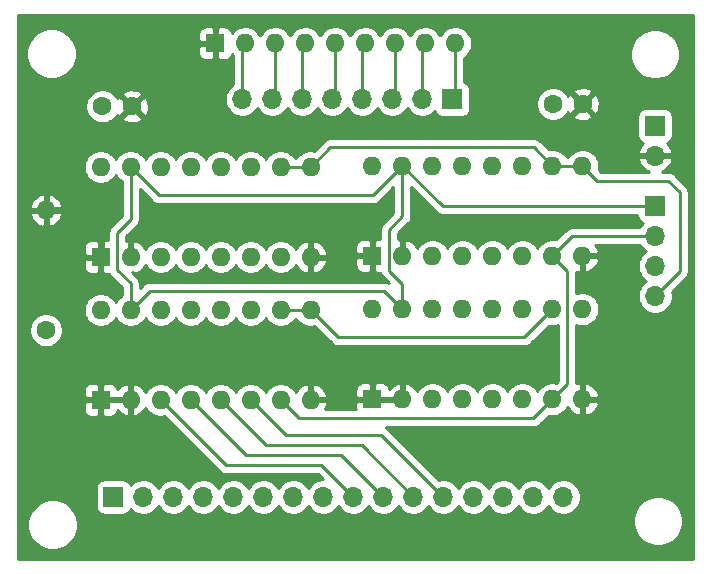
<source format=gbr>
%TF.GenerationSoftware,KiCad,Pcbnew,(5.1.9-0-10_14)*%
%TF.CreationDate,2021-04-21T15:02:01-04:00*%
%TF.ProjectId,MAR,4d41522e-6b69-4636-9164-5f7063625858,rev?*%
%TF.SameCoordinates,Original*%
%TF.FileFunction,Copper,L2,Bot*%
%TF.FilePolarity,Positive*%
%FSLAX46Y46*%
G04 Gerber Fmt 4.6, Leading zero omitted, Abs format (unit mm)*
G04 Created by KiCad (PCBNEW (5.1.9-0-10_14)) date 2021-04-21 15:02:01*
%MOMM*%
%LPD*%
G01*
G04 APERTURE LIST*
%TA.AperFunction,ComponentPad*%
%ADD10O,1.600000X1.600000*%
%TD*%
%TA.AperFunction,ComponentPad*%
%ADD11R,1.600000X1.600000*%
%TD*%
%TA.AperFunction,ComponentPad*%
%ADD12C,1.600000*%
%TD*%
%TA.AperFunction,ComponentPad*%
%ADD13O,1.700000X1.700000*%
%TD*%
%TA.AperFunction,ComponentPad*%
%ADD14R,1.700000X1.700000*%
%TD*%
%TA.AperFunction,Conductor*%
%ADD15C,0.600000*%
%TD*%
%TA.AperFunction,Conductor*%
%ADD16C,0.250000*%
%TD*%
%TA.AperFunction,Conductor*%
%ADD17C,0.254000*%
%TD*%
%TA.AperFunction,Conductor*%
%ADD18C,0.100000*%
%TD*%
G04 APERTURE END LIST*
D10*
%TO.P,RN1,9*%
%TO.N,/D1*%
X116636800Y-23876000D03*
%TO.P,RN1,8*%
%TO.N,/D2*%
X114096800Y-23876000D03*
%TO.P,RN1,7*%
%TO.N,/D3*%
X111556800Y-23876000D03*
%TO.P,RN1,6*%
%TO.N,/D4*%
X109016800Y-23876000D03*
%TO.P,RN1,5*%
%TO.N,/D5*%
X106476800Y-23876000D03*
%TO.P,RN1,4*%
%TO.N,/D6*%
X103936800Y-23876000D03*
%TO.P,RN1,3*%
%TO.N,/D7*%
X101396800Y-23876000D03*
%TO.P,RN1,2*%
%TO.N,/D8*%
X98856800Y-23876000D03*
D11*
%TO.P,RN1,1*%
%TO.N,GND*%
X96316800Y-23876000D03*
%TD*%
D10*
%TO.P,R1,2*%
%TO.N,GND*%
X81991200Y-37998400D03*
D12*
%TO.P,R1,1*%
%TO.N,/RESET*%
X81991200Y-48158400D03*
%TD*%
D13*
%TO.P,J4,16*%
%TO.N,/Y1*%
X125780800Y-62280800D03*
%TO.P,J4,15*%
%TO.N,/Y2*%
X123240800Y-62280800D03*
%TO.P,J4,14*%
%TO.N,/Y3*%
X120700800Y-62280800D03*
%TO.P,J4,13*%
%TO.N,/Y4*%
X118160800Y-62280800D03*
%TO.P,J4,12*%
%TO.N,/Y5*%
X115620800Y-62280800D03*
%TO.P,J4,11*%
%TO.N,/Y6*%
X113080800Y-62280800D03*
%TO.P,J4,10*%
%TO.N,/Y7*%
X110540800Y-62280800D03*
%TO.P,J4,9*%
%TO.N,/Y8*%
X108000800Y-62280800D03*
%TO.P,J4,8*%
%TO.N,/Y9*%
X105460800Y-62280800D03*
%TO.P,J4,7*%
%TO.N,/Y10*%
X102920800Y-62280800D03*
%TO.P,J4,6*%
%TO.N,/Y11*%
X100380800Y-62280800D03*
%TO.P,J4,5*%
%TO.N,/Y12*%
X97840800Y-62280800D03*
%TO.P,J4,4*%
%TO.N,/Y13*%
X95300800Y-62280800D03*
%TO.P,J4,3*%
%TO.N,/Y14*%
X92760800Y-62280800D03*
%TO.P,J4,2*%
%TO.N,/Y15*%
X90220800Y-62280800D03*
D14*
%TO.P,J4,1*%
%TO.N,/Y16*%
X87680800Y-62280800D03*
%TD*%
D10*
%TO.P,U4,16*%
%TO.N,VCC*%
X109626400Y-34239200D03*
%TO.P,U4,8*%
%TO.N,GND*%
X127406400Y-41859200D03*
%TO.P,U4,15*%
%TO.N,/RESET*%
X112166400Y-34239200D03*
%TO.P,U4,7*%
%TO.N,/CLOCK*%
X124866400Y-41859200D03*
%TO.P,U4,14*%
%TO.N,/D4*%
X114706400Y-34239200D03*
%TO.P,U4,6*%
%TO.N,/Y9*%
X122326400Y-41859200D03*
%TO.P,U4,13*%
%TO.N,/D3*%
X117246400Y-34239200D03*
%TO.P,U4,5*%
%TO.N,/Y10*%
X119786400Y-41859200D03*
%TO.P,U4,12*%
%TO.N,/D2*%
X119786400Y-34239200D03*
%TO.P,U4,4*%
%TO.N,/Y11*%
X117246400Y-41859200D03*
%TO.P,U4,11*%
%TO.N,/D1*%
X122326400Y-34239200D03*
%TO.P,U4,3*%
%TO.N,/Y12*%
X114706400Y-41859200D03*
%TO.P,U4,10*%
%TO.N,/MAR2_IN*%
X124866400Y-34239200D03*
%TO.P,U4,2*%
%TO.N,GND*%
X112166400Y-41859200D03*
%TO.P,U4,9*%
%TO.N,/MAR2_IN*%
X127406400Y-34239200D03*
D11*
%TO.P,U4,1*%
%TO.N,GND*%
X109626400Y-41859200D03*
%TD*%
D10*
%TO.P,U3,16*%
%TO.N,VCC*%
X109626400Y-46380400D03*
%TO.P,U3,8*%
%TO.N,GND*%
X127406400Y-54000400D03*
%TO.P,U3,15*%
%TO.N,/RESET*%
X112166400Y-46380400D03*
%TO.P,U3,7*%
%TO.N,/CLOCK*%
X124866400Y-54000400D03*
%TO.P,U3,14*%
%TO.N,/D4*%
X114706400Y-46380400D03*
%TO.P,U3,6*%
%TO.N,/Y1*%
X122326400Y-54000400D03*
%TO.P,U3,13*%
%TO.N,/D3*%
X117246400Y-46380400D03*
%TO.P,U3,5*%
%TO.N,/Y2*%
X119786400Y-54000400D03*
%TO.P,U3,12*%
%TO.N,/D2*%
X119786400Y-46380400D03*
%TO.P,U3,4*%
%TO.N,/Y3*%
X117246400Y-54000400D03*
%TO.P,U3,11*%
%TO.N,/D1*%
X122326400Y-46380400D03*
%TO.P,U3,3*%
%TO.N,/Y4*%
X114706400Y-54000400D03*
%TO.P,U3,10*%
%TO.N,/MAR1_IN*%
X124866400Y-46380400D03*
%TO.P,U3,2*%
%TO.N,GND*%
X112166400Y-54000400D03*
%TO.P,U3,9*%
%TO.N,/MAR1_IN*%
X127406400Y-46380400D03*
D11*
%TO.P,U3,1*%
%TO.N,GND*%
X109626400Y-54000400D03*
%TD*%
D10*
%TO.P,U2,16*%
%TO.N,VCC*%
X86614000Y-34340800D03*
%TO.P,U2,8*%
%TO.N,GND*%
X104394000Y-41960800D03*
%TO.P,U2,15*%
%TO.N,/RESET*%
X89154000Y-34340800D03*
%TO.P,U2,7*%
%TO.N,/CLOCK*%
X101854000Y-41960800D03*
%TO.P,U2,14*%
%TO.N,/D8*%
X91694000Y-34340800D03*
%TO.P,U2,6*%
%TO.N,/Y13*%
X99314000Y-41960800D03*
%TO.P,U2,13*%
%TO.N,/D7*%
X94234000Y-34340800D03*
%TO.P,U2,5*%
%TO.N,/Y14*%
X96774000Y-41960800D03*
%TO.P,U2,12*%
%TO.N,/D6*%
X96774000Y-34340800D03*
%TO.P,U2,4*%
%TO.N,/Y15*%
X94234000Y-41960800D03*
%TO.P,U2,11*%
%TO.N,/D5*%
X99314000Y-34340800D03*
%TO.P,U2,3*%
%TO.N,/Y16*%
X91694000Y-41960800D03*
%TO.P,U2,10*%
%TO.N,/MAR2_IN*%
X101854000Y-34340800D03*
%TO.P,U2,2*%
%TO.N,GND*%
X89154000Y-41960800D03*
%TO.P,U2,9*%
%TO.N,/MAR2_IN*%
X104394000Y-34340800D03*
D11*
%TO.P,U2,1*%
%TO.N,GND*%
X86614000Y-41960800D03*
%TD*%
D10*
%TO.P,U1,16*%
%TO.N,VCC*%
X86614000Y-46431200D03*
%TO.P,U1,8*%
%TO.N,GND*%
X104394000Y-54051200D03*
%TO.P,U1,15*%
%TO.N,/RESET*%
X89154000Y-46431200D03*
%TO.P,U1,7*%
%TO.N,/CLOCK*%
X101854000Y-54051200D03*
%TO.P,U1,14*%
%TO.N,/D8*%
X91694000Y-46431200D03*
%TO.P,U1,6*%
%TO.N,/Y5*%
X99314000Y-54051200D03*
%TO.P,U1,13*%
%TO.N,/D7*%
X94234000Y-46431200D03*
%TO.P,U1,5*%
%TO.N,/Y6*%
X96774000Y-54051200D03*
%TO.P,U1,12*%
%TO.N,/D6*%
X96774000Y-46431200D03*
%TO.P,U1,4*%
%TO.N,/Y7*%
X94234000Y-54051200D03*
%TO.P,U1,11*%
%TO.N,/D5*%
X99314000Y-46431200D03*
%TO.P,U1,3*%
%TO.N,/Y8*%
X91694000Y-54051200D03*
%TO.P,U1,10*%
%TO.N,/MAR1_IN*%
X101854000Y-46431200D03*
%TO.P,U1,2*%
%TO.N,GND*%
X89154000Y-54051200D03*
%TO.P,U1,9*%
%TO.N,/MAR1_IN*%
X104394000Y-46431200D03*
D11*
%TO.P,U1,1*%
%TO.N,GND*%
X86614000Y-54051200D03*
%TD*%
D13*
%TO.P,J3,8*%
%TO.N,/D8*%
X98602800Y-28600400D03*
%TO.P,J3,7*%
%TO.N,/D7*%
X101142800Y-28600400D03*
%TO.P,J3,6*%
%TO.N,/D6*%
X103682800Y-28600400D03*
%TO.P,J3,5*%
%TO.N,/D5*%
X106222800Y-28600400D03*
%TO.P,J3,4*%
%TO.N,/D4*%
X108762800Y-28600400D03*
%TO.P,J3,3*%
%TO.N,/D3*%
X111302800Y-28600400D03*
%TO.P,J3,2*%
%TO.N,/D2*%
X113842800Y-28600400D03*
D14*
%TO.P,J3,1*%
%TO.N,/D1*%
X116382800Y-28600400D03*
%TD*%
D13*
%TO.P,J2,4*%
%TO.N,/MAR2_IN*%
X133553200Y-45262800D03*
%TO.P,J2,3*%
%TO.N,/MAR1_IN*%
X133553200Y-42722800D03*
%TO.P,J2,2*%
%TO.N,/CLOCK*%
X133553200Y-40182800D03*
D14*
%TO.P,J2,1*%
%TO.N,/RESET*%
X133553200Y-37642800D03*
%TD*%
D13*
%TO.P,J1,2*%
%TO.N,GND*%
X133553200Y-33375600D03*
D14*
%TO.P,J1,1*%
%TO.N,VCC*%
X133553200Y-30835600D03*
%TD*%
D12*
%TO.P,C2,2*%
%TO.N,GND*%
X89266400Y-29210000D03*
%TO.P,C2,1*%
%TO.N,VCC*%
X86766400Y-29210000D03*
%TD*%
%TO.P,C1,2*%
%TO.N,GND*%
X127417200Y-29006800D03*
%TO.P,C1,1*%
%TO.N,VCC*%
X124917200Y-29006800D03*
%TD*%
D15*
%TO.N,GND*%
X81991200Y-37998400D02*
X84582000Y-37998400D01*
X86614000Y-40030400D02*
X86614000Y-41960800D01*
X84582000Y-37998400D02*
X86614000Y-40030400D01*
D16*
%TO.N,/RESET*%
X115570000Y-37642800D02*
X112166400Y-34239200D01*
X133553200Y-37642800D02*
X115570000Y-37642800D01*
X112166400Y-34239200D02*
X109677200Y-36728400D01*
X91541600Y-36728400D02*
X89154000Y-34340800D01*
X109677200Y-36728400D02*
X91541600Y-36728400D01*
X89154000Y-46431200D02*
X90779600Y-44805600D01*
X110591600Y-44805600D02*
X112166400Y-46380400D01*
X90779600Y-44805600D02*
X110591600Y-44805600D01*
X112166400Y-34239200D02*
X112166400Y-38506400D01*
X111041399Y-39631401D02*
X111041399Y-43121799D01*
X112166400Y-38506400D02*
X111041399Y-39631401D01*
X112166400Y-44246800D02*
X112166400Y-46380400D01*
X111041399Y-43121799D02*
X112166400Y-44246800D01*
X89154000Y-34340800D02*
X89154000Y-38760400D01*
X88028999Y-39885401D02*
X88028999Y-43070999D01*
X89154000Y-38760400D02*
X88028999Y-39885401D01*
X89154000Y-44196000D02*
X89154000Y-46431200D01*
X88028999Y-43070999D02*
X89154000Y-44196000D01*
%TO.N,/CLOCK*%
X126542800Y-40182800D02*
X124866400Y-41859200D01*
X133553200Y-40182800D02*
X126542800Y-40182800D01*
X124866400Y-54000400D02*
X123240800Y-55626000D01*
X103428800Y-55626000D02*
X101854000Y-54051200D01*
X123240800Y-55626000D02*
X103428800Y-55626000D01*
X126136400Y-43129200D02*
X126136400Y-52730400D01*
X126136400Y-52730400D02*
X124866400Y-54000400D01*
X124866400Y-41859200D02*
X126136400Y-43129200D01*
%TO.N,/D5*%
X106476800Y-28346400D02*
X106222800Y-28600400D01*
X106476800Y-23876000D02*
X106476800Y-28346400D01*
%TO.N,/D6*%
X103682800Y-24130000D02*
X103936800Y-23876000D01*
X103682800Y-28600400D02*
X103682800Y-24130000D01*
%TO.N,/D7*%
X101396800Y-28346400D02*
X101142800Y-28600400D01*
X101396800Y-23876000D02*
X101396800Y-28346400D01*
%TO.N,/D8*%
X98602800Y-24130000D02*
X98856800Y-23876000D01*
X98602800Y-28600400D02*
X98602800Y-24130000D01*
%TO.N,/Y5*%
X115620800Y-62280800D02*
X110388400Y-57048400D01*
X102311200Y-57048400D02*
X99314000Y-54051200D01*
X110388400Y-57048400D02*
X102311200Y-57048400D01*
%TO.N,/Y6*%
X96774000Y-54051200D02*
X100634800Y-57912000D01*
X108712000Y-57912000D02*
X113080800Y-62280800D01*
X100634800Y-57912000D02*
X108712000Y-57912000D01*
%TO.N,/Y7*%
X94234000Y-54051200D02*
X98907600Y-58724800D01*
X106984800Y-58724800D02*
X110540800Y-62280800D01*
X98907600Y-58724800D02*
X106984800Y-58724800D01*
%TO.N,/Y8*%
X91694000Y-54051200D02*
X97231200Y-59588400D01*
X105308400Y-59588400D02*
X108000800Y-62280800D01*
X97231200Y-59588400D02*
X105308400Y-59588400D01*
%TO.N,/D1*%
X116636800Y-28346400D02*
X116382800Y-28600400D01*
X116636800Y-23876000D02*
X116636800Y-28346400D01*
%TO.N,/D2*%
X113842800Y-24130000D02*
X114096800Y-23876000D01*
X113842800Y-28600400D02*
X113842800Y-24130000D01*
%TO.N,/D3*%
X111556800Y-28346400D02*
X111302800Y-28600400D01*
X111556800Y-23876000D02*
X111556800Y-28346400D01*
%TO.N,/D4*%
X108762800Y-24130000D02*
X109016800Y-23876000D01*
X108762800Y-28600400D02*
X108762800Y-24130000D01*
%TO.N,/MAR2_IN*%
X133553200Y-45262800D02*
X135636000Y-43180000D01*
X135636000Y-43180000D02*
X135636000Y-36474400D01*
X135636000Y-36474400D02*
X134670800Y-35509200D01*
X128676400Y-35509200D02*
X127406400Y-34239200D01*
X134670800Y-35509200D02*
X128676400Y-35509200D01*
X124866400Y-34239200D02*
X127406400Y-34239200D01*
X124866400Y-34239200D02*
X123291600Y-32664400D01*
X106070400Y-32664400D02*
X104394000Y-34340800D01*
X123291600Y-32664400D02*
X106070400Y-32664400D01*
X101854000Y-34340800D02*
X104394000Y-34340800D01*
%TO.N,/MAR1_IN*%
X124866400Y-46380400D02*
X122478800Y-48768000D01*
X106730800Y-48768000D02*
X104394000Y-46431200D01*
X122478800Y-48768000D02*
X106730800Y-48768000D01*
X101854000Y-46431200D02*
X104394000Y-46431200D01*
%TD*%
D17*
%TO.N,GND*%
X136754001Y-67513600D02*
X79654000Y-67513600D01*
X79654000Y-64407321D01*
X80415000Y-64407321D01*
X80415000Y-64827879D01*
X80497047Y-65240356D01*
X80657988Y-65628902D01*
X80891637Y-65978583D01*
X81189017Y-66275963D01*
X81538698Y-66509612D01*
X81927244Y-66670553D01*
X82339721Y-66752600D01*
X82760279Y-66752600D01*
X83172756Y-66670553D01*
X83561302Y-66509612D01*
X83910983Y-66275963D01*
X84208363Y-65978583D01*
X84442012Y-65628902D01*
X84602953Y-65240356D01*
X84685000Y-64827879D01*
X84685000Y-64407321D01*
X84624372Y-64102521D01*
X131672200Y-64102521D01*
X131672200Y-64523079D01*
X131754247Y-64935556D01*
X131915188Y-65324102D01*
X132148837Y-65673783D01*
X132446217Y-65971163D01*
X132795898Y-66204812D01*
X133184444Y-66365753D01*
X133596921Y-66447800D01*
X134017479Y-66447800D01*
X134429956Y-66365753D01*
X134818502Y-66204812D01*
X135168183Y-65971163D01*
X135465563Y-65673783D01*
X135699212Y-65324102D01*
X135860153Y-64935556D01*
X135942200Y-64523079D01*
X135942200Y-64102521D01*
X135860153Y-63690044D01*
X135699212Y-63301498D01*
X135465563Y-62951817D01*
X135168183Y-62654437D01*
X134818502Y-62420788D01*
X134429956Y-62259847D01*
X134017479Y-62177800D01*
X133596921Y-62177800D01*
X133184444Y-62259847D01*
X132795898Y-62420788D01*
X132446217Y-62654437D01*
X132148837Y-62951817D01*
X131915188Y-63301498D01*
X131754247Y-63690044D01*
X131672200Y-64102521D01*
X84624372Y-64102521D01*
X84602953Y-63994844D01*
X84442012Y-63606298D01*
X84208363Y-63256617D01*
X83910983Y-62959237D01*
X83561302Y-62725588D01*
X83172756Y-62564647D01*
X82760279Y-62482600D01*
X82339721Y-62482600D01*
X81927244Y-62564647D01*
X81538698Y-62725588D01*
X81189017Y-62959237D01*
X80891637Y-63256617D01*
X80657988Y-63606298D01*
X80497047Y-63994844D01*
X80415000Y-64407321D01*
X79654000Y-64407321D01*
X79654000Y-54851200D01*
X85175928Y-54851200D01*
X85188188Y-54975682D01*
X85224498Y-55095380D01*
X85283463Y-55205694D01*
X85362815Y-55302385D01*
X85459506Y-55381737D01*
X85569820Y-55440702D01*
X85689518Y-55477012D01*
X85814000Y-55489272D01*
X86328250Y-55486200D01*
X86487000Y-55327450D01*
X86487000Y-54178200D01*
X86741000Y-54178200D01*
X86741000Y-55327450D01*
X86899750Y-55486200D01*
X87414000Y-55489272D01*
X87538482Y-55477012D01*
X87658180Y-55440702D01*
X87768494Y-55381737D01*
X87865185Y-55302385D01*
X87944537Y-55205694D01*
X88003502Y-55095380D01*
X88039812Y-54975682D01*
X88042231Y-54951120D01*
X88190586Y-55114719D01*
X88416580Y-55282237D01*
X88670913Y-55402446D01*
X88804961Y-55443104D01*
X89027000Y-55321115D01*
X89027000Y-54178200D01*
X86741000Y-54178200D01*
X86487000Y-54178200D01*
X85337750Y-54178200D01*
X85179000Y-54336950D01*
X85175928Y-54851200D01*
X79654000Y-54851200D01*
X79654000Y-53251200D01*
X85175928Y-53251200D01*
X85179000Y-53765450D01*
X85337750Y-53924200D01*
X86487000Y-53924200D01*
X86487000Y-52774950D01*
X86741000Y-52774950D01*
X86741000Y-53924200D01*
X89027000Y-53924200D01*
X89027000Y-52781285D01*
X88804961Y-52659296D01*
X88670913Y-52699954D01*
X88416580Y-52820163D01*
X88190586Y-52987681D01*
X88042231Y-53151280D01*
X88039812Y-53126718D01*
X88003502Y-53007020D01*
X87944537Y-52896706D01*
X87865185Y-52800015D01*
X87768494Y-52720663D01*
X87658180Y-52661698D01*
X87538482Y-52625388D01*
X87414000Y-52613128D01*
X86899750Y-52616200D01*
X86741000Y-52774950D01*
X86487000Y-52774950D01*
X86328250Y-52616200D01*
X85814000Y-52613128D01*
X85689518Y-52625388D01*
X85569820Y-52661698D01*
X85459506Y-52720663D01*
X85362815Y-52800015D01*
X85283463Y-52896706D01*
X85224498Y-53007020D01*
X85188188Y-53126718D01*
X85175928Y-53251200D01*
X79654000Y-53251200D01*
X79654000Y-48017065D01*
X80556200Y-48017065D01*
X80556200Y-48299735D01*
X80611347Y-48576974D01*
X80719520Y-48838127D01*
X80876563Y-49073159D01*
X81076441Y-49273037D01*
X81311473Y-49430080D01*
X81572626Y-49538253D01*
X81849865Y-49593400D01*
X82132535Y-49593400D01*
X82409774Y-49538253D01*
X82670927Y-49430080D01*
X82905959Y-49273037D01*
X83105837Y-49073159D01*
X83262880Y-48838127D01*
X83371053Y-48576974D01*
X83426200Y-48299735D01*
X83426200Y-48017065D01*
X83371053Y-47739826D01*
X83262880Y-47478673D01*
X83105837Y-47243641D01*
X82905959Y-47043763D01*
X82670927Y-46886720D01*
X82409774Y-46778547D01*
X82132535Y-46723400D01*
X81849865Y-46723400D01*
X81572626Y-46778547D01*
X81311473Y-46886720D01*
X81076441Y-47043763D01*
X80876563Y-47243641D01*
X80719520Y-47478673D01*
X80611347Y-47739826D01*
X80556200Y-48017065D01*
X79654000Y-48017065D01*
X79654000Y-42760800D01*
X85175928Y-42760800D01*
X85188188Y-42885282D01*
X85224498Y-43004980D01*
X85283463Y-43115294D01*
X85362815Y-43211985D01*
X85459506Y-43291337D01*
X85569820Y-43350302D01*
X85689518Y-43386612D01*
X85814000Y-43398872D01*
X86328250Y-43395800D01*
X86487000Y-43237050D01*
X86487000Y-42087800D01*
X85337750Y-42087800D01*
X85179000Y-42246550D01*
X85175928Y-42760800D01*
X79654000Y-42760800D01*
X79654000Y-41160800D01*
X85175928Y-41160800D01*
X85179000Y-41675050D01*
X85337750Y-41833800D01*
X86487000Y-41833800D01*
X86487000Y-40684550D01*
X86328250Y-40525800D01*
X85814000Y-40522728D01*
X85689518Y-40534988D01*
X85569820Y-40571298D01*
X85459506Y-40630263D01*
X85362815Y-40709615D01*
X85283463Y-40806306D01*
X85224498Y-40916620D01*
X85188188Y-41036318D01*
X85175928Y-41160800D01*
X79654000Y-41160800D01*
X79654000Y-38347440D01*
X80599291Y-38347440D01*
X80694130Y-38612281D01*
X80838815Y-38853531D01*
X81027786Y-39061919D01*
X81253780Y-39229437D01*
X81508113Y-39349646D01*
X81642161Y-39390304D01*
X81864200Y-39268315D01*
X81864200Y-38125400D01*
X82118200Y-38125400D01*
X82118200Y-39268315D01*
X82340239Y-39390304D01*
X82474287Y-39349646D01*
X82728620Y-39229437D01*
X82954614Y-39061919D01*
X83143585Y-38853531D01*
X83288270Y-38612281D01*
X83383109Y-38347440D01*
X83261824Y-38125400D01*
X82118200Y-38125400D01*
X81864200Y-38125400D01*
X80720576Y-38125400D01*
X80599291Y-38347440D01*
X79654000Y-38347440D01*
X79654000Y-37649360D01*
X80599291Y-37649360D01*
X80720576Y-37871400D01*
X81864200Y-37871400D01*
X81864200Y-36728485D01*
X82118200Y-36728485D01*
X82118200Y-37871400D01*
X83261824Y-37871400D01*
X83383109Y-37649360D01*
X83288270Y-37384519D01*
X83143585Y-37143269D01*
X82954614Y-36934881D01*
X82728620Y-36767363D01*
X82474287Y-36647154D01*
X82340239Y-36606496D01*
X82118200Y-36728485D01*
X81864200Y-36728485D01*
X81642161Y-36606496D01*
X81508113Y-36647154D01*
X81253780Y-36767363D01*
X81027786Y-36934881D01*
X80838815Y-37143269D01*
X80694130Y-37384519D01*
X80599291Y-37649360D01*
X79654000Y-37649360D01*
X79654000Y-34199465D01*
X85179000Y-34199465D01*
X85179000Y-34482135D01*
X85234147Y-34759374D01*
X85342320Y-35020527D01*
X85499363Y-35255559D01*
X85699241Y-35455437D01*
X85934273Y-35612480D01*
X86195426Y-35720653D01*
X86472665Y-35775800D01*
X86755335Y-35775800D01*
X87032574Y-35720653D01*
X87293727Y-35612480D01*
X87528759Y-35455437D01*
X87728637Y-35255559D01*
X87884000Y-35023041D01*
X88039363Y-35255559D01*
X88239241Y-35455437D01*
X88394000Y-35558844D01*
X88394001Y-38445597D01*
X87518001Y-39321597D01*
X87488998Y-39345400D01*
X87452147Y-39390304D01*
X87394025Y-39461125D01*
X87382645Y-39482416D01*
X87323453Y-39593155D01*
X87279996Y-39736416D01*
X87268999Y-39848069D01*
X87268999Y-39848079D01*
X87265323Y-39885401D01*
X87268999Y-39922724D01*
X87268999Y-40523594D01*
X86899750Y-40525800D01*
X86741000Y-40684550D01*
X86741000Y-41833800D01*
X86761000Y-41833800D01*
X86761000Y-42087800D01*
X86741000Y-42087800D01*
X86741000Y-43237050D01*
X86899750Y-43395800D01*
X87342267Y-43398443D01*
X87394025Y-43495275D01*
X87435716Y-43546075D01*
X87488999Y-43611000D01*
X87517997Y-43634798D01*
X88394000Y-44510802D01*
X88394000Y-45213156D01*
X88239241Y-45316563D01*
X88039363Y-45516441D01*
X87884000Y-45748959D01*
X87728637Y-45516441D01*
X87528759Y-45316563D01*
X87293727Y-45159520D01*
X87032574Y-45051347D01*
X86755335Y-44996200D01*
X86472665Y-44996200D01*
X86195426Y-45051347D01*
X85934273Y-45159520D01*
X85699241Y-45316563D01*
X85499363Y-45516441D01*
X85342320Y-45751473D01*
X85234147Y-46012626D01*
X85179000Y-46289865D01*
X85179000Y-46572535D01*
X85234147Y-46849774D01*
X85342320Y-47110927D01*
X85499363Y-47345959D01*
X85699241Y-47545837D01*
X85934273Y-47702880D01*
X86195426Y-47811053D01*
X86472665Y-47866200D01*
X86755335Y-47866200D01*
X87032574Y-47811053D01*
X87293727Y-47702880D01*
X87528759Y-47545837D01*
X87728637Y-47345959D01*
X87884000Y-47113441D01*
X88039363Y-47345959D01*
X88239241Y-47545837D01*
X88474273Y-47702880D01*
X88735426Y-47811053D01*
X89012665Y-47866200D01*
X89295335Y-47866200D01*
X89572574Y-47811053D01*
X89833727Y-47702880D01*
X90068759Y-47545837D01*
X90268637Y-47345959D01*
X90424000Y-47113441D01*
X90579363Y-47345959D01*
X90779241Y-47545837D01*
X91014273Y-47702880D01*
X91275426Y-47811053D01*
X91552665Y-47866200D01*
X91835335Y-47866200D01*
X92112574Y-47811053D01*
X92373727Y-47702880D01*
X92608759Y-47545837D01*
X92808637Y-47345959D01*
X92964000Y-47113441D01*
X93119363Y-47345959D01*
X93319241Y-47545837D01*
X93554273Y-47702880D01*
X93815426Y-47811053D01*
X94092665Y-47866200D01*
X94375335Y-47866200D01*
X94652574Y-47811053D01*
X94913727Y-47702880D01*
X95148759Y-47545837D01*
X95348637Y-47345959D01*
X95504000Y-47113441D01*
X95659363Y-47345959D01*
X95859241Y-47545837D01*
X96094273Y-47702880D01*
X96355426Y-47811053D01*
X96632665Y-47866200D01*
X96915335Y-47866200D01*
X97192574Y-47811053D01*
X97453727Y-47702880D01*
X97688759Y-47545837D01*
X97888637Y-47345959D01*
X98044000Y-47113441D01*
X98199363Y-47345959D01*
X98399241Y-47545837D01*
X98634273Y-47702880D01*
X98895426Y-47811053D01*
X99172665Y-47866200D01*
X99455335Y-47866200D01*
X99732574Y-47811053D01*
X99993727Y-47702880D01*
X100228759Y-47545837D01*
X100428637Y-47345959D01*
X100584000Y-47113441D01*
X100739363Y-47345959D01*
X100939241Y-47545837D01*
X101174273Y-47702880D01*
X101435426Y-47811053D01*
X101712665Y-47866200D01*
X101995335Y-47866200D01*
X102272574Y-47811053D01*
X102533727Y-47702880D01*
X102768759Y-47545837D01*
X102968637Y-47345959D01*
X103072043Y-47191200D01*
X103175957Y-47191200D01*
X103279363Y-47345959D01*
X103479241Y-47545837D01*
X103714273Y-47702880D01*
X103975426Y-47811053D01*
X104252665Y-47866200D01*
X104535335Y-47866200D01*
X104717886Y-47829888D01*
X106167001Y-49279003D01*
X106190799Y-49308001D01*
X106306524Y-49402974D01*
X106438553Y-49473546D01*
X106581814Y-49517003D01*
X106693467Y-49528000D01*
X106693476Y-49528000D01*
X106730799Y-49531676D01*
X106768122Y-49528000D01*
X122441478Y-49528000D01*
X122478800Y-49531676D01*
X122516122Y-49528000D01*
X122516133Y-49528000D01*
X122627786Y-49517003D01*
X122771047Y-49473546D01*
X122903076Y-49402974D01*
X123018801Y-49308001D01*
X123042604Y-49278997D01*
X124542514Y-47779088D01*
X124725065Y-47815400D01*
X125007735Y-47815400D01*
X125284974Y-47760253D01*
X125376400Y-47722383D01*
X125376401Y-52415597D01*
X125190286Y-52601712D01*
X125007735Y-52565400D01*
X124725065Y-52565400D01*
X124447826Y-52620547D01*
X124186673Y-52728720D01*
X123951641Y-52885763D01*
X123751763Y-53085641D01*
X123596400Y-53318159D01*
X123441037Y-53085641D01*
X123241159Y-52885763D01*
X123006127Y-52728720D01*
X122744974Y-52620547D01*
X122467735Y-52565400D01*
X122185065Y-52565400D01*
X121907826Y-52620547D01*
X121646673Y-52728720D01*
X121411641Y-52885763D01*
X121211763Y-53085641D01*
X121056400Y-53318159D01*
X120901037Y-53085641D01*
X120701159Y-52885763D01*
X120466127Y-52728720D01*
X120204974Y-52620547D01*
X119927735Y-52565400D01*
X119645065Y-52565400D01*
X119367826Y-52620547D01*
X119106673Y-52728720D01*
X118871641Y-52885763D01*
X118671763Y-53085641D01*
X118516400Y-53318159D01*
X118361037Y-53085641D01*
X118161159Y-52885763D01*
X117926127Y-52728720D01*
X117664974Y-52620547D01*
X117387735Y-52565400D01*
X117105065Y-52565400D01*
X116827826Y-52620547D01*
X116566673Y-52728720D01*
X116331641Y-52885763D01*
X116131763Y-53085641D01*
X115976400Y-53318159D01*
X115821037Y-53085641D01*
X115621159Y-52885763D01*
X115386127Y-52728720D01*
X115124974Y-52620547D01*
X114847735Y-52565400D01*
X114565065Y-52565400D01*
X114287826Y-52620547D01*
X114026673Y-52728720D01*
X113791641Y-52885763D01*
X113591763Y-53085641D01*
X113434720Y-53320673D01*
X113430333Y-53331265D01*
X113318785Y-53145269D01*
X113129814Y-52936881D01*
X112903820Y-52769363D01*
X112649487Y-52649154D01*
X112515439Y-52608496D01*
X112293400Y-52730485D01*
X112293400Y-53873400D01*
X112313400Y-53873400D01*
X112313400Y-54127400D01*
X112293400Y-54127400D01*
X112293400Y-54147400D01*
X112039400Y-54147400D01*
X112039400Y-54127400D01*
X109753400Y-54127400D01*
X109753400Y-54147400D01*
X109499400Y-54147400D01*
X109499400Y-54127400D01*
X108350150Y-54127400D01*
X108191400Y-54286150D01*
X108188328Y-54800400D01*
X108194789Y-54866000D01*
X105570573Y-54866000D01*
X105691070Y-54665081D01*
X105785909Y-54400240D01*
X105664624Y-54178200D01*
X104521000Y-54178200D01*
X104521000Y-54198200D01*
X104267000Y-54198200D01*
X104267000Y-54178200D01*
X104247000Y-54178200D01*
X104247000Y-53924200D01*
X104267000Y-53924200D01*
X104267000Y-52781285D01*
X104521000Y-52781285D01*
X104521000Y-53924200D01*
X105664624Y-53924200D01*
X105785909Y-53702160D01*
X105691070Y-53437319D01*
X105548983Y-53200400D01*
X108188328Y-53200400D01*
X108191400Y-53714650D01*
X108350150Y-53873400D01*
X109499400Y-53873400D01*
X109499400Y-52724150D01*
X109753400Y-52724150D01*
X109753400Y-53873400D01*
X112039400Y-53873400D01*
X112039400Y-52730485D01*
X111817361Y-52608496D01*
X111683313Y-52649154D01*
X111428980Y-52769363D01*
X111202986Y-52936881D01*
X111054631Y-53100480D01*
X111052212Y-53075918D01*
X111015902Y-52956220D01*
X110956937Y-52845906D01*
X110877585Y-52749215D01*
X110780894Y-52669863D01*
X110670580Y-52610898D01*
X110550882Y-52574588D01*
X110426400Y-52562328D01*
X109912150Y-52565400D01*
X109753400Y-52724150D01*
X109499400Y-52724150D01*
X109340650Y-52565400D01*
X108826400Y-52562328D01*
X108701918Y-52574588D01*
X108582220Y-52610898D01*
X108471906Y-52669863D01*
X108375215Y-52749215D01*
X108295863Y-52845906D01*
X108236898Y-52956220D01*
X108200588Y-53075918D01*
X108188328Y-53200400D01*
X105548983Y-53200400D01*
X105546385Y-53196069D01*
X105357414Y-52987681D01*
X105131420Y-52820163D01*
X104877087Y-52699954D01*
X104743039Y-52659296D01*
X104521000Y-52781285D01*
X104267000Y-52781285D01*
X104044961Y-52659296D01*
X103910913Y-52699954D01*
X103656580Y-52820163D01*
X103430586Y-52987681D01*
X103241615Y-53196069D01*
X103130067Y-53382065D01*
X103125680Y-53371473D01*
X102968637Y-53136441D01*
X102768759Y-52936563D01*
X102533727Y-52779520D01*
X102272574Y-52671347D01*
X101995335Y-52616200D01*
X101712665Y-52616200D01*
X101435426Y-52671347D01*
X101174273Y-52779520D01*
X100939241Y-52936563D01*
X100739363Y-53136441D01*
X100584000Y-53368959D01*
X100428637Y-53136441D01*
X100228759Y-52936563D01*
X99993727Y-52779520D01*
X99732574Y-52671347D01*
X99455335Y-52616200D01*
X99172665Y-52616200D01*
X98895426Y-52671347D01*
X98634273Y-52779520D01*
X98399241Y-52936563D01*
X98199363Y-53136441D01*
X98044000Y-53368959D01*
X97888637Y-53136441D01*
X97688759Y-52936563D01*
X97453727Y-52779520D01*
X97192574Y-52671347D01*
X96915335Y-52616200D01*
X96632665Y-52616200D01*
X96355426Y-52671347D01*
X96094273Y-52779520D01*
X95859241Y-52936563D01*
X95659363Y-53136441D01*
X95504000Y-53368959D01*
X95348637Y-53136441D01*
X95148759Y-52936563D01*
X94913727Y-52779520D01*
X94652574Y-52671347D01*
X94375335Y-52616200D01*
X94092665Y-52616200D01*
X93815426Y-52671347D01*
X93554273Y-52779520D01*
X93319241Y-52936563D01*
X93119363Y-53136441D01*
X92964000Y-53368959D01*
X92808637Y-53136441D01*
X92608759Y-52936563D01*
X92373727Y-52779520D01*
X92112574Y-52671347D01*
X91835335Y-52616200D01*
X91552665Y-52616200D01*
X91275426Y-52671347D01*
X91014273Y-52779520D01*
X90779241Y-52936563D01*
X90579363Y-53136441D01*
X90422320Y-53371473D01*
X90417933Y-53382065D01*
X90306385Y-53196069D01*
X90117414Y-52987681D01*
X89891420Y-52820163D01*
X89637087Y-52699954D01*
X89503039Y-52659296D01*
X89281000Y-52781285D01*
X89281000Y-53924200D01*
X89301000Y-53924200D01*
X89301000Y-54178200D01*
X89281000Y-54178200D01*
X89281000Y-55321115D01*
X89503039Y-55443104D01*
X89637087Y-55402446D01*
X89891420Y-55282237D01*
X90117414Y-55114719D01*
X90306385Y-54906331D01*
X90417933Y-54720335D01*
X90422320Y-54730927D01*
X90579363Y-54965959D01*
X90779241Y-55165837D01*
X91014273Y-55322880D01*
X91275426Y-55431053D01*
X91552665Y-55486200D01*
X91835335Y-55486200D01*
X92017887Y-55449888D01*
X96667400Y-60099402D01*
X96691199Y-60128401D01*
X96806924Y-60223374D01*
X96938953Y-60293946D01*
X97082214Y-60337403D01*
X97193867Y-60348400D01*
X97193876Y-60348400D01*
X97231199Y-60352076D01*
X97268522Y-60348400D01*
X104993599Y-60348400D01*
X105440999Y-60795800D01*
X105314540Y-60795800D01*
X105027642Y-60852868D01*
X104757389Y-60964810D01*
X104514168Y-61127325D01*
X104307325Y-61334168D01*
X104190800Y-61508560D01*
X104074275Y-61334168D01*
X103867432Y-61127325D01*
X103624211Y-60964810D01*
X103353958Y-60852868D01*
X103067060Y-60795800D01*
X102774540Y-60795800D01*
X102487642Y-60852868D01*
X102217389Y-60964810D01*
X101974168Y-61127325D01*
X101767325Y-61334168D01*
X101650800Y-61508560D01*
X101534275Y-61334168D01*
X101327432Y-61127325D01*
X101084211Y-60964810D01*
X100813958Y-60852868D01*
X100527060Y-60795800D01*
X100234540Y-60795800D01*
X99947642Y-60852868D01*
X99677389Y-60964810D01*
X99434168Y-61127325D01*
X99227325Y-61334168D01*
X99110800Y-61508560D01*
X98994275Y-61334168D01*
X98787432Y-61127325D01*
X98544211Y-60964810D01*
X98273958Y-60852868D01*
X97987060Y-60795800D01*
X97694540Y-60795800D01*
X97407642Y-60852868D01*
X97137389Y-60964810D01*
X96894168Y-61127325D01*
X96687325Y-61334168D01*
X96570800Y-61508560D01*
X96454275Y-61334168D01*
X96247432Y-61127325D01*
X96004211Y-60964810D01*
X95733958Y-60852868D01*
X95447060Y-60795800D01*
X95154540Y-60795800D01*
X94867642Y-60852868D01*
X94597389Y-60964810D01*
X94354168Y-61127325D01*
X94147325Y-61334168D01*
X94030800Y-61508560D01*
X93914275Y-61334168D01*
X93707432Y-61127325D01*
X93464211Y-60964810D01*
X93193958Y-60852868D01*
X92907060Y-60795800D01*
X92614540Y-60795800D01*
X92327642Y-60852868D01*
X92057389Y-60964810D01*
X91814168Y-61127325D01*
X91607325Y-61334168D01*
X91490800Y-61508560D01*
X91374275Y-61334168D01*
X91167432Y-61127325D01*
X90924211Y-60964810D01*
X90653958Y-60852868D01*
X90367060Y-60795800D01*
X90074540Y-60795800D01*
X89787642Y-60852868D01*
X89517389Y-60964810D01*
X89274168Y-61127325D01*
X89142313Y-61259180D01*
X89120302Y-61186620D01*
X89061337Y-61076306D01*
X88981985Y-60979615D01*
X88885294Y-60900263D01*
X88774980Y-60841298D01*
X88655282Y-60804988D01*
X88530800Y-60792728D01*
X86830800Y-60792728D01*
X86706318Y-60804988D01*
X86586620Y-60841298D01*
X86476306Y-60900263D01*
X86379615Y-60979615D01*
X86300263Y-61076306D01*
X86241298Y-61186620D01*
X86204988Y-61306318D01*
X86192728Y-61430800D01*
X86192728Y-63130800D01*
X86204988Y-63255282D01*
X86241298Y-63374980D01*
X86300263Y-63485294D01*
X86379615Y-63581985D01*
X86476306Y-63661337D01*
X86586620Y-63720302D01*
X86706318Y-63756612D01*
X86830800Y-63768872D01*
X88530800Y-63768872D01*
X88655282Y-63756612D01*
X88774980Y-63720302D01*
X88885294Y-63661337D01*
X88981985Y-63581985D01*
X89061337Y-63485294D01*
X89120302Y-63374980D01*
X89142313Y-63302420D01*
X89274168Y-63434275D01*
X89517389Y-63596790D01*
X89787642Y-63708732D01*
X90074540Y-63765800D01*
X90367060Y-63765800D01*
X90653958Y-63708732D01*
X90924211Y-63596790D01*
X91167432Y-63434275D01*
X91374275Y-63227432D01*
X91490800Y-63053040D01*
X91607325Y-63227432D01*
X91814168Y-63434275D01*
X92057389Y-63596790D01*
X92327642Y-63708732D01*
X92614540Y-63765800D01*
X92907060Y-63765800D01*
X93193958Y-63708732D01*
X93464211Y-63596790D01*
X93707432Y-63434275D01*
X93914275Y-63227432D01*
X94030800Y-63053040D01*
X94147325Y-63227432D01*
X94354168Y-63434275D01*
X94597389Y-63596790D01*
X94867642Y-63708732D01*
X95154540Y-63765800D01*
X95447060Y-63765800D01*
X95733958Y-63708732D01*
X96004211Y-63596790D01*
X96247432Y-63434275D01*
X96454275Y-63227432D01*
X96570800Y-63053040D01*
X96687325Y-63227432D01*
X96894168Y-63434275D01*
X97137389Y-63596790D01*
X97407642Y-63708732D01*
X97694540Y-63765800D01*
X97987060Y-63765800D01*
X98273958Y-63708732D01*
X98544211Y-63596790D01*
X98787432Y-63434275D01*
X98994275Y-63227432D01*
X99110800Y-63053040D01*
X99227325Y-63227432D01*
X99434168Y-63434275D01*
X99677389Y-63596790D01*
X99947642Y-63708732D01*
X100234540Y-63765800D01*
X100527060Y-63765800D01*
X100813958Y-63708732D01*
X101084211Y-63596790D01*
X101327432Y-63434275D01*
X101534275Y-63227432D01*
X101650800Y-63053040D01*
X101767325Y-63227432D01*
X101974168Y-63434275D01*
X102217389Y-63596790D01*
X102487642Y-63708732D01*
X102774540Y-63765800D01*
X103067060Y-63765800D01*
X103353958Y-63708732D01*
X103624211Y-63596790D01*
X103867432Y-63434275D01*
X104074275Y-63227432D01*
X104190800Y-63053040D01*
X104307325Y-63227432D01*
X104514168Y-63434275D01*
X104757389Y-63596790D01*
X105027642Y-63708732D01*
X105314540Y-63765800D01*
X105607060Y-63765800D01*
X105893958Y-63708732D01*
X106164211Y-63596790D01*
X106407432Y-63434275D01*
X106614275Y-63227432D01*
X106730800Y-63053040D01*
X106847325Y-63227432D01*
X107054168Y-63434275D01*
X107297389Y-63596790D01*
X107567642Y-63708732D01*
X107854540Y-63765800D01*
X108147060Y-63765800D01*
X108433958Y-63708732D01*
X108704211Y-63596790D01*
X108947432Y-63434275D01*
X109154275Y-63227432D01*
X109270800Y-63053040D01*
X109387325Y-63227432D01*
X109594168Y-63434275D01*
X109837389Y-63596790D01*
X110107642Y-63708732D01*
X110394540Y-63765800D01*
X110687060Y-63765800D01*
X110973958Y-63708732D01*
X111244211Y-63596790D01*
X111487432Y-63434275D01*
X111694275Y-63227432D01*
X111810800Y-63053040D01*
X111927325Y-63227432D01*
X112134168Y-63434275D01*
X112377389Y-63596790D01*
X112647642Y-63708732D01*
X112934540Y-63765800D01*
X113227060Y-63765800D01*
X113513958Y-63708732D01*
X113784211Y-63596790D01*
X114027432Y-63434275D01*
X114234275Y-63227432D01*
X114350800Y-63053040D01*
X114467325Y-63227432D01*
X114674168Y-63434275D01*
X114917389Y-63596790D01*
X115187642Y-63708732D01*
X115474540Y-63765800D01*
X115767060Y-63765800D01*
X116053958Y-63708732D01*
X116324211Y-63596790D01*
X116567432Y-63434275D01*
X116774275Y-63227432D01*
X116890800Y-63053040D01*
X117007325Y-63227432D01*
X117214168Y-63434275D01*
X117457389Y-63596790D01*
X117727642Y-63708732D01*
X118014540Y-63765800D01*
X118307060Y-63765800D01*
X118593958Y-63708732D01*
X118864211Y-63596790D01*
X119107432Y-63434275D01*
X119314275Y-63227432D01*
X119430800Y-63053040D01*
X119547325Y-63227432D01*
X119754168Y-63434275D01*
X119997389Y-63596790D01*
X120267642Y-63708732D01*
X120554540Y-63765800D01*
X120847060Y-63765800D01*
X121133958Y-63708732D01*
X121404211Y-63596790D01*
X121647432Y-63434275D01*
X121854275Y-63227432D01*
X121970800Y-63053040D01*
X122087325Y-63227432D01*
X122294168Y-63434275D01*
X122537389Y-63596790D01*
X122807642Y-63708732D01*
X123094540Y-63765800D01*
X123387060Y-63765800D01*
X123673958Y-63708732D01*
X123944211Y-63596790D01*
X124187432Y-63434275D01*
X124394275Y-63227432D01*
X124510800Y-63053040D01*
X124627325Y-63227432D01*
X124834168Y-63434275D01*
X125077389Y-63596790D01*
X125347642Y-63708732D01*
X125634540Y-63765800D01*
X125927060Y-63765800D01*
X126213958Y-63708732D01*
X126484211Y-63596790D01*
X126727432Y-63434275D01*
X126934275Y-63227432D01*
X127096790Y-62984211D01*
X127208732Y-62713958D01*
X127265800Y-62427060D01*
X127265800Y-62134540D01*
X127208732Y-61847642D01*
X127096790Y-61577389D01*
X126934275Y-61334168D01*
X126727432Y-61127325D01*
X126484211Y-60964810D01*
X126213958Y-60852868D01*
X125927060Y-60795800D01*
X125634540Y-60795800D01*
X125347642Y-60852868D01*
X125077389Y-60964810D01*
X124834168Y-61127325D01*
X124627325Y-61334168D01*
X124510800Y-61508560D01*
X124394275Y-61334168D01*
X124187432Y-61127325D01*
X123944211Y-60964810D01*
X123673958Y-60852868D01*
X123387060Y-60795800D01*
X123094540Y-60795800D01*
X122807642Y-60852868D01*
X122537389Y-60964810D01*
X122294168Y-61127325D01*
X122087325Y-61334168D01*
X121970800Y-61508560D01*
X121854275Y-61334168D01*
X121647432Y-61127325D01*
X121404211Y-60964810D01*
X121133958Y-60852868D01*
X120847060Y-60795800D01*
X120554540Y-60795800D01*
X120267642Y-60852868D01*
X119997389Y-60964810D01*
X119754168Y-61127325D01*
X119547325Y-61334168D01*
X119430800Y-61508560D01*
X119314275Y-61334168D01*
X119107432Y-61127325D01*
X118864211Y-60964810D01*
X118593958Y-60852868D01*
X118307060Y-60795800D01*
X118014540Y-60795800D01*
X117727642Y-60852868D01*
X117457389Y-60964810D01*
X117214168Y-61127325D01*
X117007325Y-61334168D01*
X116890800Y-61508560D01*
X116774275Y-61334168D01*
X116567432Y-61127325D01*
X116324211Y-60964810D01*
X116053958Y-60852868D01*
X115767060Y-60795800D01*
X115474540Y-60795800D01*
X115254392Y-60839590D01*
X110952204Y-56537403D01*
X110928401Y-56508399D01*
X110812676Y-56413426D01*
X110761366Y-56386000D01*
X123203478Y-56386000D01*
X123240800Y-56389676D01*
X123278122Y-56386000D01*
X123278133Y-56386000D01*
X123389786Y-56375003D01*
X123533047Y-56331546D01*
X123665076Y-56260974D01*
X123780801Y-56166001D01*
X123804604Y-56136997D01*
X124542514Y-55399088D01*
X124725065Y-55435400D01*
X125007735Y-55435400D01*
X125284974Y-55380253D01*
X125546127Y-55272080D01*
X125781159Y-55115037D01*
X125981037Y-54915159D01*
X126138080Y-54680127D01*
X126142467Y-54669535D01*
X126254015Y-54855531D01*
X126442986Y-55063919D01*
X126668980Y-55231437D01*
X126923313Y-55351646D01*
X127057361Y-55392304D01*
X127279400Y-55270315D01*
X127279400Y-54127400D01*
X127533400Y-54127400D01*
X127533400Y-55270315D01*
X127755439Y-55392304D01*
X127889487Y-55351646D01*
X128143820Y-55231437D01*
X128369814Y-55063919D01*
X128558785Y-54855531D01*
X128703470Y-54614281D01*
X128798309Y-54349440D01*
X128677024Y-54127400D01*
X127533400Y-54127400D01*
X127279400Y-54127400D01*
X127259400Y-54127400D01*
X127259400Y-53873400D01*
X127279400Y-53873400D01*
X127279400Y-52730485D01*
X127533400Y-52730485D01*
X127533400Y-53873400D01*
X128677024Y-53873400D01*
X128798309Y-53651360D01*
X128703470Y-53386519D01*
X128558785Y-53145269D01*
X128369814Y-52936881D01*
X128143820Y-52769363D01*
X127889487Y-52649154D01*
X127755439Y-52608496D01*
X127533400Y-52730485D01*
X127279400Y-52730485D01*
X127057361Y-52608496D01*
X126923313Y-52649154D01*
X126896400Y-52661874D01*
X126896400Y-47722383D01*
X126987826Y-47760253D01*
X127265065Y-47815400D01*
X127547735Y-47815400D01*
X127824974Y-47760253D01*
X128086127Y-47652080D01*
X128321159Y-47495037D01*
X128521037Y-47295159D01*
X128678080Y-47060127D01*
X128786253Y-46798974D01*
X128841400Y-46521735D01*
X128841400Y-46239065D01*
X128786253Y-45961826D01*
X128678080Y-45700673D01*
X128521037Y-45465641D01*
X128321159Y-45265763D01*
X128086127Y-45108720D01*
X127824974Y-45000547D01*
X127547735Y-44945400D01*
X127265065Y-44945400D01*
X126987826Y-45000547D01*
X126896400Y-45038417D01*
X126896400Y-43197726D01*
X126923313Y-43210446D01*
X127057361Y-43251104D01*
X127279400Y-43129115D01*
X127279400Y-41986200D01*
X127533400Y-41986200D01*
X127533400Y-43129115D01*
X127755439Y-43251104D01*
X127889487Y-43210446D01*
X128143820Y-43090237D01*
X128369814Y-42922719D01*
X128558785Y-42714331D01*
X128703470Y-42473081D01*
X128798309Y-42208240D01*
X128677024Y-41986200D01*
X127533400Y-41986200D01*
X127279400Y-41986200D01*
X127259400Y-41986200D01*
X127259400Y-41732200D01*
X127279400Y-41732200D01*
X127279400Y-41712200D01*
X127533400Y-41712200D01*
X127533400Y-41732200D01*
X128677024Y-41732200D01*
X128798309Y-41510160D01*
X128703470Y-41245319D01*
X128558785Y-41004069D01*
X128503225Y-40942800D01*
X132275022Y-40942800D01*
X132399725Y-41129432D01*
X132606568Y-41336275D01*
X132780960Y-41452800D01*
X132606568Y-41569325D01*
X132399725Y-41776168D01*
X132237210Y-42019389D01*
X132125268Y-42289642D01*
X132068200Y-42576540D01*
X132068200Y-42869060D01*
X132125268Y-43155958D01*
X132237210Y-43426211D01*
X132399725Y-43669432D01*
X132606568Y-43876275D01*
X132780960Y-43992800D01*
X132606568Y-44109325D01*
X132399725Y-44316168D01*
X132237210Y-44559389D01*
X132125268Y-44829642D01*
X132068200Y-45116540D01*
X132068200Y-45409060D01*
X132125268Y-45695958D01*
X132237210Y-45966211D01*
X132399725Y-46209432D01*
X132606568Y-46416275D01*
X132849789Y-46578790D01*
X133120042Y-46690732D01*
X133406940Y-46747800D01*
X133699460Y-46747800D01*
X133986358Y-46690732D01*
X134256611Y-46578790D01*
X134499832Y-46416275D01*
X134706675Y-46209432D01*
X134869190Y-45966211D01*
X134981132Y-45695958D01*
X135038200Y-45409060D01*
X135038200Y-45116540D01*
X134994409Y-44896392D01*
X136147004Y-43743798D01*
X136176001Y-43720001D01*
X136217502Y-43669432D01*
X136270974Y-43604277D01*
X136341546Y-43472247D01*
X136349205Y-43446997D01*
X136385003Y-43328986D01*
X136396000Y-43217333D01*
X136396000Y-43217323D01*
X136399676Y-43180001D01*
X136396000Y-43142678D01*
X136396000Y-36511723D01*
X136399676Y-36474400D01*
X136396000Y-36437077D01*
X136396000Y-36437067D01*
X136385003Y-36325414D01*
X136341546Y-36182153D01*
X136294120Y-36093426D01*
X136270974Y-36050123D01*
X136199799Y-35963397D01*
X136176001Y-35934399D01*
X136147003Y-35910601D01*
X135234604Y-34998202D01*
X135210801Y-34969199D01*
X135095076Y-34874226D01*
X134963047Y-34803654D01*
X134819786Y-34760197D01*
X134708133Y-34749200D01*
X134708122Y-34749200D01*
X134670800Y-34745524D01*
X134633478Y-34749200D01*
X134101451Y-34749200D01*
X134184452Y-34719757D01*
X134434555Y-34570778D01*
X134650788Y-34375869D01*
X134824841Y-34142520D01*
X134950025Y-33879699D01*
X134994676Y-33732490D01*
X134873355Y-33502600D01*
X133680200Y-33502600D01*
X133680200Y-33522600D01*
X133426200Y-33522600D01*
X133426200Y-33502600D01*
X132233045Y-33502600D01*
X132111724Y-33732490D01*
X132156375Y-33879699D01*
X132281559Y-34142520D01*
X132455612Y-34375869D01*
X132671845Y-34570778D01*
X132921948Y-34719757D01*
X133004949Y-34749200D01*
X128991202Y-34749200D01*
X128805088Y-34563086D01*
X128841400Y-34380535D01*
X128841400Y-34097865D01*
X128786253Y-33820626D01*
X128678080Y-33559473D01*
X128521037Y-33324441D01*
X128321159Y-33124563D01*
X128086127Y-32967520D01*
X127824974Y-32859347D01*
X127547735Y-32804200D01*
X127265065Y-32804200D01*
X126987826Y-32859347D01*
X126726673Y-32967520D01*
X126491641Y-33124563D01*
X126291763Y-33324441D01*
X126188357Y-33479200D01*
X126084443Y-33479200D01*
X125981037Y-33324441D01*
X125781159Y-33124563D01*
X125546127Y-32967520D01*
X125284974Y-32859347D01*
X125007735Y-32804200D01*
X124725065Y-32804200D01*
X124542514Y-32840512D01*
X123855404Y-32153403D01*
X123831601Y-32124399D01*
X123715876Y-32029426D01*
X123583847Y-31958854D01*
X123440586Y-31915397D01*
X123328933Y-31904400D01*
X123328922Y-31904400D01*
X123291600Y-31900724D01*
X123254278Y-31904400D01*
X106107733Y-31904400D01*
X106070400Y-31900723D01*
X106033067Y-31904400D01*
X105921414Y-31915397D01*
X105778153Y-31958854D01*
X105646124Y-32029426D01*
X105530399Y-32124399D01*
X105506601Y-32153397D01*
X104717886Y-32942112D01*
X104535335Y-32905800D01*
X104252665Y-32905800D01*
X103975426Y-32960947D01*
X103714273Y-33069120D01*
X103479241Y-33226163D01*
X103279363Y-33426041D01*
X103175957Y-33580800D01*
X103072043Y-33580800D01*
X102968637Y-33426041D01*
X102768759Y-33226163D01*
X102533727Y-33069120D01*
X102272574Y-32960947D01*
X101995335Y-32905800D01*
X101712665Y-32905800D01*
X101435426Y-32960947D01*
X101174273Y-33069120D01*
X100939241Y-33226163D01*
X100739363Y-33426041D01*
X100584000Y-33658559D01*
X100428637Y-33426041D01*
X100228759Y-33226163D01*
X99993727Y-33069120D01*
X99732574Y-32960947D01*
X99455335Y-32905800D01*
X99172665Y-32905800D01*
X98895426Y-32960947D01*
X98634273Y-33069120D01*
X98399241Y-33226163D01*
X98199363Y-33426041D01*
X98044000Y-33658559D01*
X97888637Y-33426041D01*
X97688759Y-33226163D01*
X97453727Y-33069120D01*
X97192574Y-32960947D01*
X96915335Y-32905800D01*
X96632665Y-32905800D01*
X96355426Y-32960947D01*
X96094273Y-33069120D01*
X95859241Y-33226163D01*
X95659363Y-33426041D01*
X95504000Y-33658559D01*
X95348637Y-33426041D01*
X95148759Y-33226163D01*
X94913727Y-33069120D01*
X94652574Y-32960947D01*
X94375335Y-32905800D01*
X94092665Y-32905800D01*
X93815426Y-32960947D01*
X93554273Y-33069120D01*
X93319241Y-33226163D01*
X93119363Y-33426041D01*
X92964000Y-33658559D01*
X92808637Y-33426041D01*
X92608759Y-33226163D01*
X92373727Y-33069120D01*
X92112574Y-32960947D01*
X91835335Y-32905800D01*
X91552665Y-32905800D01*
X91275426Y-32960947D01*
X91014273Y-33069120D01*
X90779241Y-33226163D01*
X90579363Y-33426041D01*
X90424000Y-33658559D01*
X90268637Y-33426041D01*
X90068759Y-33226163D01*
X89833727Y-33069120D01*
X89572574Y-32960947D01*
X89295335Y-32905800D01*
X89012665Y-32905800D01*
X88735426Y-32960947D01*
X88474273Y-33069120D01*
X88239241Y-33226163D01*
X88039363Y-33426041D01*
X87884000Y-33658559D01*
X87728637Y-33426041D01*
X87528759Y-33226163D01*
X87293727Y-33069120D01*
X87032574Y-32960947D01*
X86755335Y-32905800D01*
X86472665Y-32905800D01*
X86195426Y-32960947D01*
X85934273Y-33069120D01*
X85699241Y-33226163D01*
X85499363Y-33426041D01*
X85342320Y-33661073D01*
X85234147Y-33922226D01*
X85179000Y-34199465D01*
X79654000Y-34199465D01*
X79654000Y-29068665D01*
X85331400Y-29068665D01*
X85331400Y-29351335D01*
X85386547Y-29628574D01*
X85494720Y-29889727D01*
X85651763Y-30124759D01*
X85851641Y-30324637D01*
X86086673Y-30481680D01*
X86347826Y-30589853D01*
X86625065Y-30645000D01*
X86907735Y-30645000D01*
X87184974Y-30589853D01*
X87446127Y-30481680D01*
X87681159Y-30324637D01*
X87803094Y-30202702D01*
X88453303Y-30202702D01*
X88524886Y-30446671D01*
X88780396Y-30567571D01*
X89054584Y-30636300D01*
X89336912Y-30650217D01*
X89616530Y-30608787D01*
X89882692Y-30513603D01*
X90007914Y-30446671D01*
X90079497Y-30202702D01*
X89266400Y-29389605D01*
X88453303Y-30202702D01*
X87803094Y-30202702D01*
X87881037Y-30124759D01*
X88015092Y-29924131D01*
X88029729Y-29951514D01*
X88273698Y-30023097D01*
X89086795Y-29210000D01*
X89446005Y-29210000D01*
X90259102Y-30023097D01*
X90503071Y-29951514D01*
X90623971Y-29696004D01*
X90692700Y-29421816D01*
X90706617Y-29139488D01*
X90665187Y-28859870D01*
X90570003Y-28593708D01*
X90503071Y-28468486D01*
X90259102Y-28396903D01*
X89446005Y-29210000D01*
X89086795Y-29210000D01*
X88273698Y-28396903D01*
X88029729Y-28468486D01*
X88016076Y-28497341D01*
X87881037Y-28295241D01*
X87803094Y-28217298D01*
X88453303Y-28217298D01*
X89266400Y-29030395D01*
X90079497Y-28217298D01*
X90007914Y-27973329D01*
X89752404Y-27852429D01*
X89478216Y-27783700D01*
X89195888Y-27769783D01*
X88916270Y-27811213D01*
X88650108Y-27906397D01*
X88524886Y-27973329D01*
X88453303Y-28217298D01*
X87803094Y-28217298D01*
X87681159Y-28095363D01*
X87446127Y-27938320D01*
X87184974Y-27830147D01*
X86907735Y-27775000D01*
X86625065Y-27775000D01*
X86347826Y-27830147D01*
X86086673Y-27938320D01*
X85851641Y-28095363D01*
X85651763Y-28295241D01*
X85494720Y-28530273D01*
X85386547Y-28791426D01*
X85331400Y-29068665D01*
X79654000Y-29068665D01*
X79654000Y-24529321D01*
X80313400Y-24529321D01*
X80313400Y-24949879D01*
X80395447Y-25362356D01*
X80556388Y-25750902D01*
X80790037Y-26100583D01*
X81087417Y-26397963D01*
X81437098Y-26631612D01*
X81825644Y-26792553D01*
X82238121Y-26874600D01*
X82658679Y-26874600D01*
X83071156Y-26792553D01*
X83459702Y-26631612D01*
X83809383Y-26397963D01*
X84106763Y-26100583D01*
X84340412Y-25750902D01*
X84501353Y-25362356D01*
X84583400Y-24949879D01*
X84583400Y-24676000D01*
X94878728Y-24676000D01*
X94890988Y-24800482D01*
X94927298Y-24920180D01*
X94986263Y-25030494D01*
X95065615Y-25127185D01*
X95162306Y-25206537D01*
X95272620Y-25265502D01*
X95392318Y-25301812D01*
X95516800Y-25314072D01*
X96031050Y-25311000D01*
X96189800Y-25152250D01*
X96189800Y-24003000D01*
X95040550Y-24003000D01*
X94881800Y-24161750D01*
X94878728Y-24676000D01*
X84583400Y-24676000D01*
X84583400Y-24529321D01*
X84501353Y-24116844D01*
X84340412Y-23728298D01*
X84106763Y-23378617D01*
X83809383Y-23081237D01*
X83801546Y-23076000D01*
X94878728Y-23076000D01*
X94881800Y-23590250D01*
X95040550Y-23749000D01*
X96189800Y-23749000D01*
X96189800Y-22599750D01*
X96443800Y-22599750D01*
X96443800Y-23749000D01*
X96463800Y-23749000D01*
X96463800Y-24003000D01*
X96443800Y-24003000D01*
X96443800Y-25152250D01*
X96602550Y-25311000D01*
X97116800Y-25314072D01*
X97241282Y-25301812D01*
X97360980Y-25265502D01*
X97471294Y-25206537D01*
X97567985Y-25127185D01*
X97647337Y-25030494D01*
X97706302Y-24920180D01*
X97742612Y-24800482D01*
X97743443Y-24792039D01*
X97842801Y-24891397D01*
X97842800Y-27322221D01*
X97656168Y-27446925D01*
X97449325Y-27653768D01*
X97286810Y-27896989D01*
X97174868Y-28167242D01*
X97117800Y-28454140D01*
X97117800Y-28746660D01*
X97174868Y-29033558D01*
X97286810Y-29303811D01*
X97449325Y-29547032D01*
X97656168Y-29753875D01*
X97899389Y-29916390D01*
X98169642Y-30028332D01*
X98456540Y-30085400D01*
X98749060Y-30085400D01*
X99035958Y-30028332D01*
X99306211Y-29916390D01*
X99549432Y-29753875D01*
X99756275Y-29547032D01*
X99872800Y-29372640D01*
X99989325Y-29547032D01*
X100196168Y-29753875D01*
X100439389Y-29916390D01*
X100709642Y-30028332D01*
X100996540Y-30085400D01*
X101289060Y-30085400D01*
X101575958Y-30028332D01*
X101846211Y-29916390D01*
X102089432Y-29753875D01*
X102296275Y-29547032D01*
X102412800Y-29372640D01*
X102529325Y-29547032D01*
X102736168Y-29753875D01*
X102979389Y-29916390D01*
X103249642Y-30028332D01*
X103536540Y-30085400D01*
X103829060Y-30085400D01*
X104115958Y-30028332D01*
X104386211Y-29916390D01*
X104629432Y-29753875D01*
X104836275Y-29547032D01*
X104952800Y-29372640D01*
X105069325Y-29547032D01*
X105276168Y-29753875D01*
X105519389Y-29916390D01*
X105789642Y-30028332D01*
X106076540Y-30085400D01*
X106369060Y-30085400D01*
X106655958Y-30028332D01*
X106926211Y-29916390D01*
X107169432Y-29753875D01*
X107376275Y-29547032D01*
X107492800Y-29372640D01*
X107609325Y-29547032D01*
X107816168Y-29753875D01*
X108059389Y-29916390D01*
X108329642Y-30028332D01*
X108616540Y-30085400D01*
X108909060Y-30085400D01*
X109195958Y-30028332D01*
X109466211Y-29916390D01*
X109709432Y-29753875D01*
X109916275Y-29547032D01*
X110032800Y-29372640D01*
X110149325Y-29547032D01*
X110356168Y-29753875D01*
X110599389Y-29916390D01*
X110869642Y-30028332D01*
X111156540Y-30085400D01*
X111449060Y-30085400D01*
X111735958Y-30028332D01*
X112006211Y-29916390D01*
X112249432Y-29753875D01*
X112456275Y-29547032D01*
X112572800Y-29372640D01*
X112689325Y-29547032D01*
X112896168Y-29753875D01*
X113139389Y-29916390D01*
X113409642Y-30028332D01*
X113696540Y-30085400D01*
X113989060Y-30085400D01*
X114275958Y-30028332D01*
X114546211Y-29916390D01*
X114789432Y-29753875D01*
X114921287Y-29622020D01*
X114943298Y-29694580D01*
X115002263Y-29804894D01*
X115081615Y-29901585D01*
X115178306Y-29980937D01*
X115288620Y-30039902D01*
X115408318Y-30076212D01*
X115532800Y-30088472D01*
X117232800Y-30088472D01*
X117357282Y-30076212D01*
X117476980Y-30039902D01*
X117587294Y-29980937D01*
X117683985Y-29901585D01*
X117763337Y-29804894D01*
X117822302Y-29694580D01*
X117858612Y-29574882D01*
X117870872Y-29450400D01*
X117870872Y-28865465D01*
X123482200Y-28865465D01*
X123482200Y-29148135D01*
X123537347Y-29425374D01*
X123645520Y-29686527D01*
X123802563Y-29921559D01*
X124002441Y-30121437D01*
X124237473Y-30278480D01*
X124498626Y-30386653D01*
X124775865Y-30441800D01*
X125058535Y-30441800D01*
X125335774Y-30386653D01*
X125596927Y-30278480D01*
X125831959Y-30121437D01*
X125953894Y-29999502D01*
X126604103Y-29999502D01*
X126675686Y-30243471D01*
X126931196Y-30364371D01*
X127205384Y-30433100D01*
X127487712Y-30447017D01*
X127767330Y-30405587D01*
X128033492Y-30310403D01*
X128158714Y-30243471D01*
X128230297Y-29999502D01*
X128216395Y-29985600D01*
X132065128Y-29985600D01*
X132065128Y-31685600D01*
X132077388Y-31810082D01*
X132113698Y-31929780D01*
X132172663Y-32040094D01*
X132252015Y-32136785D01*
X132348706Y-32216137D01*
X132459020Y-32275102D01*
X132539666Y-32299566D01*
X132455612Y-32375331D01*
X132281559Y-32608680D01*
X132156375Y-32871501D01*
X132111724Y-33018710D01*
X132233045Y-33248600D01*
X133426200Y-33248600D01*
X133426200Y-33228600D01*
X133680200Y-33228600D01*
X133680200Y-33248600D01*
X134873355Y-33248600D01*
X134994676Y-33018710D01*
X134950025Y-32871501D01*
X134824841Y-32608680D01*
X134650788Y-32375331D01*
X134566734Y-32299566D01*
X134647380Y-32275102D01*
X134757694Y-32216137D01*
X134854385Y-32136785D01*
X134933737Y-32040094D01*
X134992702Y-31929780D01*
X135029012Y-31810082D01*
X135041272Y-31685600D01*
X135041272Y-29985600D01*
X135029012Y-29861118D01*
X134992702Y-29741420D01*
X134933737Y-29631106D01*
X134854385Y-29534415D01*
X134757694Y-29455063D01*
X134647380Y-29396098D01*
X134527682Y-29359788D01*
X134403200Y-29347528D01*
X132703200Y-29347528D01*
X132578718Y-29359788D01*
X132459020Y-29396098D01*
X132348706Y-29455063D01*
X132252015Y-29534415D01*
X132172663Y-29631106D01*
X132113698Y-29741420D01*
X132077388Y-29861118D01*
X132065128Y-29985600D01*
X128216395Y-29985600D01*
X127417200Y-29186405D01*
X126604103Y-29999502D01*
X125953894Y-29999502D01*
X126031837Y-29921559D01*
X126165892Y-29720931D01*
X126180529Y-29748314D01*
X126424498Y-29819897D01*
X127237595Y-29006800D01*
X127596805Y-29006800D01*
X128409902Y-29819897D01*
X128653871Y-29748314D01*
X128774771Y-29492804D01*
X128843500Y-29218616D01*
X128857417Y-28936288D01*
X128815987Y-28656670D01*
X128720803Y-28390508D01*
X128653871Y-28265286D01*
X128409902Y-28193703D01*
X127596805Y-29006800D01*
X127237595Y-29006800D01*
X126424498Y-28193703D01*
X126180529Y-28265286D01*
X126166876Y-28294141D01*
X126031837Y-28092041D01*
X125953894Y-28014098D01*
X126604103Y-28014098D01*
X127417200Y-28827195D01*
X128230297Y-28014098D01*
X128158714Y-27770129D01*
X127903204Y-27649229D01*
X127629016Y-27580500D01*
X127346688Y-27566583D01*
X127067070Y-27608013D01*
X126800908Y-27703197D01*
X126675686Y-27770129D01*
X126604103Y-28014098D01*
X125953894Y-28014098D01*
X125831959Y-27892163D01*
X125596927Y-27735120D01*
X125335774Y-27626947D01*
X125058535Y-27571800D01*
X124775865Y-27571800D01*
X124498626Y-27626947D01*
X124237473Y-27735120D01*
X124002441Y-27892163D01*
X123802563Y-28092041D01*
X123645520Y-28327073D01*
X123537347Y-28588226D01*
X123482200Y-28865465D01*
X117870872Y-28865465D01*
X117870872Y-27750400D01*
X117858612Y-27625918D01*
X117822302Y-27506220D01*
X117763337Y-27395906D01*
X117683985Y-27299215D01*
X117587294Y-27219863D01*
X117476980Y-27160898D01*
X117396800Y-27136576D01*
X117396800Y-25094043D01*
X117551559Y-24990637D01*
X117751437Y-24790759D01*
X117892180Y-24580121D01*
X131418200Y-24580121D01*
X131418200Y-25000679D01*
X131500247Y-25413156D01*
X131661188Y-25801702D01*
X131894837Y-26151383D01*
X132192217Y-26448763D01*
X132541898Y-26682412D01*
X132930444Y-26843353D01*
X133342921Y-26925400D01*
X133763479Y-26925400D01*
X134175956Y-26843353D01*
X134564502Y-26682412D01*
X134914183Y-26448763D01*
X135211563Y-26151383D01*
X135445212Y-25801702D01*
X135606153Y-25413156D01*
X135688200Y-25000679D01*
X135688200Y-24580121D01*
X135606153Y-24167644D01*
X135445212Y-23779098D01*
X135211563Y-23429417D01*
X134914183Y-23132037D01*
X134564502Y-22898388D01*
X134175956Y-22737447D01*
X133763479Y-22655400D01*
X133342921Y-22655400D01*
X132930444Y-22737447D01*
X132541898Y-22898388D01*
X132192217Y-23132037D01*
X131894837Y-23429417D01*
X131661188Y-23779098D01*
X131500247Y-24167644D01*
X131418200Y-24580121D01*
X117892180Y-24580121D01*
X117908480Y-24555727D01*
X118016653Y-24294574D01*
X118071800Y-24017335D01*
X118071800Y-23734665D01*
X118016653Y-23457426D01*
X117908480Y-23196273D01*
X117751437Y-22961241D01*
X117551559Y-22761363D01*
X117316527Y-22604320D01*
X117055374Y-22496147D01*
X116778135Y-22441000D01*
X116495465Y-22441000D01*
X116218226Y-22496147D01*
X115957073Y-22604320D01*
X115722041Y-22761363D01*
X115522163Y-22961241D01*
X115366800Y-23193759D01*
X115211437Y-22961241D01*
X115011559Y-22761363D01*
X114776527Y-22604320D01*
X114515374Y-22496147D01*
X114238135Y-22441000D01*
X113955465Y-22441000D01*
X113678226Y-22496147D01*
X113417073Y-22604320D01*
X113182041Y-22761363D01*
X112982163Y-22961241D01*
X112826800Y-23193759D01*
X112671437Y-22961241D01*
X112471559Y-22761363D01*
X112236527Y-22604320D01*
X111975374Y-22496147D01*
X111698135Y-22441000D01*
X111415465Y-22441000D01*
X111138226Y-22496147D01*
X110877073Y-22604320D01*
X110642041Y-22761363D01*
X110442163Y-22961241D01*
X110286800Y-23193759D01*
X110131437Y-22961241D01*
X109931559Y-22761363D01*
X109696527Y-22604320D01*
X109435374Y-22496147D01*
X109158135Y-22441000D01*
X108875465Y-22441000D01*
X108598226Y-22496147D01*
X108337073Y-22604320D01*
X108102041Y-22761363D01*
X107902163Y-22961241D01*
X107746800Y-23193759D01*
X107591437Y-22961241D01*
X107391559Y-22761363D01*
X107156527Y-22604320D01*
X106895374Y-22496147D01*
X106618135Y-22441000D01*
X106335465Y-22441000D01*
X106058226Y-22496147D01*
X105797073Y-22604320D01*
X105562041Y-22761363D01*
X105362163Y-22961241D01*
X105206800Y-23193759D01*
X105051437Y-22961241D01*
X104851559Y-22761363D01*
X104616527Y-22604320D01*
X104355374Y-22496147D01*
X104078135Y-22441000D01*
X103795465Y-22441000D01*
X103518226Y-22496147D01*
X103257073Y-22604320D01*
X103022041Y-22761363D01*
X102822163Y-22961241D01*
X102666800Y-23193759D01*
X102511437Y-22961241D01*
X102311559Y-22761363D01*
X102076527Y-22604320D01*
X101815374Y-22496147D01*
X101538135Y-22441000D01*
X101255465Y-22441000D01*
X100978226Y-22496147D01*
X100717073Y-22604320D01*
X100482041Y-22761363D01*
X100282163Y-22961241D01*
X100126800Y-23193759D01*
X99971437Y-22961241D01*
X99771559Y-22761363D01*
X99536527Y-22604320D01*
X99275374Y-22496147D01*
X98998135Y-22441000D01*
X98715465Y-22441000D01*
X98438226Y-22496147D01*
X98177073Y-22604320D01*
X97942041Y-22761363D01*
X97743443Y-22959961D01*
X97742612Y-22951518D01*
X97706302Y-22831820D01*
X97647337Y-22721506D01*
X97567985Y-22624815D01*
X97471294Y-22545463D01*
X97360980Y-22486498D01*
X97241282Y-22450188D01*
X97116800Y-22437928D01*
X96602550Y-22441000D01*
X96443800Y-22599750D01*
X96189800Y-22599750D01*
X96031050Y-22441000D01*
X95516800Y-22437928D01*
X95392318Y-22450188D01*
X95272620Y-22486498D01*
X95162306Y-22545463D01*
X95065615Y-22624815D01*
X94986263Y-22721506D01*
X94927298Y-22831820D01*
X94890988Y-22951518D01*
X94878728Y-23076000D01*
X83801546Y-23076000D01*
X83459702Y-22847588D01*
X83071156Y-22686647D01*
X82658679Y-22604600D01*
X82238121Y-22604600D01*
X81825644Y-22686647D01*
X81437098Y-22847588D01*
X81087417Y-23081237D01*
X80790037Y-23378617D01*
X80556388Y-23728298D01*
X80395447Y-24116844D01*
X80313400Y-24529321D01*
X79654000Y-24529321D01*
X79654000Y-21488000D01*
X136754000Y-21488000D01*
X136754001Y-67513600D01*
%TA.AperFunction,Conductor*%
D18*
G36*
X136754001Y-67513600D02*
G01*
X79654000Y-67513600D01*
X79654000Y-64407321D01*
X80415000Y-64407321D01*
X80415000Y-64827879D01*
X80497047Y-65240356D01*
X80657988Y-65628902D01*
X80891637Y-65978583D01*
X81189017Y-66275963D01*
X81538698Y-66509612D01*
X81927244Y-66670553D01*
X82339721Y-66752600D01*
X82760279Y-66752600D01*
X83172756Y-66670553D01*
X83561302Y-66509612D01*
X83910983Y-66275963D01*
X84208363Y-65978583D01*
X84442012Y-65628902D01*
X84602953Y-65240356D01*
X84685000Y-64827879D01*
X84685000Y-64407321D01*
X84624372Y-64102521D01*
X131672200Y-64102521D01*
X131672200Y-64523079D01*
X131754247Y-64935556D01*
X131915188Y-65324102D01*
X132148837Y-65673783D01*
X132446217Y-65971163D01*
X132795898Y-66204812D01*
X133184444Y-66365753D01*
X133596921Y-66447800D01*
X134017479Y-66447800D01*
X134429956Y-66365753D01*
X134818502Y-66204812D01*
X135168183Y-65971163D01*
X135465563Y-65673783D01*
X135699212Y-65324102D01*
X135860153Y-64935556D01*
X135942200Y-64523079D01*
X135942200Y-64102521D01*
X135860153Y-63690044D01*
X135699212Y-63301498D01*
X135465563Y-62951817D01*
X135168183Y-62654437D01*
X134818502Y-62420788D01*
X134429956Y-62259847D01*
X134017479Y-62177800D01*
X133596921Y-62177800D01*
X133184444Y-62259847D01*
X132795898Y-62420788D01*
X132446217Y-62654437D01*
X132148837Y-62951817D01*
X131915188Y-63301498D01*
X131754247Y-63690044D01*
X131672200Y-64102521D01*
X84624372Y-64102521D01*
X84602953Y-63994844D01*
X84442012Y-63606298D01*
X84208363Y-63256617D01*
X83910983Y-62959237D01*
X83561302Y-62725588D01*
X83172756Y-62564647D01*
X82760279Y-62482600D01*
X82339721Y-62482600D01*
X81927244Y-62564647D01*
X81538698Y-62725588D01*
X81189017Y-62959237D01*
X80891637Y-63256617D01*
X80657988Y-63606298D01*
X80497047Y-63994844D01*
X80415000Y-64407321D01*
X79654000Y-64407321D01*
X79654000Y-54851200D01*
X85175928Y-54851200D01*
X85188188Y-54975682D01*
X85224498Y-55095380D01*
X85283463Y-55205694D01*
X85362815Y-55302385D01*
X85459506Y-55381737D01*
X85569820Y-55440702D01*
X85689518Y-55477012D01*
X85814000Y-55489272D01*
X86328250Y-55486200D01*
X86487000Y-55327450D01*
X86487000Y-54178200D01*
X86741000Y-54178200D01*
X86741000Y-55327450D01*
X86899750Y-55486200D01*
X87414000Y-55489272D01*
X87538482Y-55477012D01*
X87658180Y-55440702D01*
X87768494Y-55381737D01*
X87865185Y-55302385D01*
X87944537Y-55205694D01*
X88003502Y-55095380D01*
X88039812Y-54975682D01*
X88042231Y-54951120D01*
X88190586Y-55114719D01*
X88416580Y-55282237D01*
X88670913Y-55402446D01*
X88804961Y-55443104D01*
X89027000Y-55321115D01*
X89027000Y-54178200D01*
X86741000Y-54178200D01*
X86487000Y-54178200D01*
X85337750Y-54178200D01*
X85179000Y-54336950D01*
X85175928Y-54851200D01*
X79654000Y-54851200D01*
X79654000Y-53251200D01*
X85175928Y-53251200D01*
X85179000Y-53765450D01*
X85337750Y-53924200D01*
X86487000Y-53924200D01*
X86487000Y-52774950D01*
X86741000Y-52774950D01*
X86741000Y-53924200D01*
X89027000Y-53924200D01*
X89027000Y-52781285D01*
X88804961Y-52659296D01*
X88670913Y-52699954D01*
X88416580Y-52820163D01*
X88190586Y-52987681D01*
X88042231Y-53151280D01*
X88039812Y-53126718D01*
X88003502Y-53007020D01*
X87944537Y-52896706D01*
X87865185Y-52800015D01*
X87768494Y-52720663D01*
X87658180Y-52661698D01*
X87538482Y-52625388D01*
X87414000Y-52613128D01*
X86899750Y-52616200D01*
X86741000Y-52774950D01*
X86487000Y-52774950D01*
X86328250Y-52616200D01*
X85814000Y-52613128D01*
X85689518Y-52625388D01*
X85569820Y-52661698D01*
X85459506Y-52720663D01*
X85362815Y-52800015D01*
X85283463Y-52896706D01*
X85224498Y-53007020D01*
X85188188Y-53126718D01*
X85175928Y-53251200D01*
X79654000Y-53251200D01*
X79654000Y-48017065D01*
X80556200Y-48017065D01*
X80556200Y-48299735D01*
X80611347Y-48576974D01*
X80719520Y-48838127D01*
X80876563Y-49073159D01*
X81076441Y-49273037D01*
X81311473Y-49430080D01*
X81572626Y-49538253D01*
X81849865Y-49593400D01*
X82132535Y-49593400D01*
X82409774Y-49538253D01*
X82670927Y-49430080D01*
X82905959Y-49273037D01*
X83105837Y-49073159D01*
X83262880Y-48838127D01*
X83371053Y-48576974D01*
X83426200Y-48299735D01*
X83426200Y-48017065D01*
X83371053Y-47739826D01*
X83262880Y-47478673D01*
X83105837Y-47243641D01*
X82905959Y-47043763D01*
X82670927Y-46886720D01*
X82409774Y-46778547D01*
X82132535Y-46723400D01*
X81849865Y-46723400D01*
X81572626Y-46778547D01*
X81311473Y-46886720D01*
X81076441Y-47043763D01*
X80876563Y-47243641D01*
X80719520Y-47478673D01*
X80611347Y-47739826D01*
X80556200Y-48017065D01*
X79654000Y-48017065D01*
X79654000Y-42760800D01*
X85175928Y-42760800D01*
X85188188Y-42885282D01*
X85224498Y-43004980D01*
X85283463Y-43115294D01*
X85362815Y-43211985D01*
X85459506Y-43291337D01*
X85569820Y-43350302D01*
X85689518Y-43386612D01*
X85814000Y-43398872D01*
X86328250Y-43395800D01*
X86487000Y-43237050D01*
X86487000Y-42087800D01*
X85337750Y-42087800D01*
X85179000Y-42246550D01*
X85175928Y-42760800D01*
X79654000Y-42760800D01*
X79654000Y-41160800D01*
X85175928Y-41160800D01*
X85179000Y-41675050D01*
X85337750Y-41833800D01*
X86487000Y-41833800D01*
X86487000Y-40684550D01*
X86328250Y-40525800D01*
X85814000Y-40522728D01*
X85689518Y-40534988D01*
X85569820Y-40571298D01*
X85459506Y-40630263D01*
X85362815Y-40709615D01*
X85283463Y-40806306D01*
X85224498Y-40916620D01*
X85188188Y-41036318D01*
X85175928Y-41160800D01*
X79654000Y-41160800D01*
X79654000Y-38347440D01*
X80599291Y-38347440D01*
X80694130Y-38612281D01*
X80838815Y-38853531D01*
X81027786Y-39061919D01*
X81253780Y-39229437D01*
X81508113Y-39349646D01*
X81642161Y-39390304D01*
X81864200Y-39268315D01*
X81864200Y-38125400D01*
X82118200Y-38125400D01*
X82118200Y-39268315D01*
X82340239Y-39390304D01*
X82474287Y-39349646D01*
X82728620Y-39229437D01*
X82954614Y-39061919D01*
X83143585Y-38853531D01*
X83288270Y-38612281D01*
X83383109Y-38347440D01*
X83261824Y-38125400D01*
X82118200Y-38125400D01*
X81864200Y-38125400D01*
X80720576Y-38125400D01*
X80599291Y-38347440D01*
X79654000Y-38347440D01*
X79654000Y-37649360D01*
X80599291Y-37649360D01*
X80720576Y-37871400D01*
X81864200Y-37871400D01*
X81864200Y-36728485D01*
X82118200Y-36728485D01*
X82118200Y-37871400D01*
X83261824Y-37871400D01*
X83383109Y-37649360D01*
X83288270Y-37384519D01*
X83143585Y-37143269D01*
X82954614Y-36934881D01*
X82728620Y-36767363D01*
X82474287Y-36647154D01*
X82340239Y-36606496D01*
X82118200Y-36728485D01*
X81864200Y-36728485D01*
X81642161Y-36606496D01*
X81508113Y-36647154D01*
X81253780Y-36767363D01*
X81027786Y-36934881D01*
X80838815Y-37143269D01*
X80694130Y-37384519D01*
X80599291Y-37649360D01*
X79654000Y-37649360D01*
X79654000Y-34199465D01*
X85179000Y-34199465D01*
X85179000Y-34482135D01*
X85234147Y-34759374D01*
X85342320Y-35020527D01*
X85499363Y-35255559D01*
X85699241Y-35455437D01*
X85934273Y-35612480D01*
X86195426Y-35720653D01*
X86472665Y-35775800D01*
X86755335Y-35775800D01*
X87032574Y-35720653D01*
X87293727Y-35612480D01*
X87528759Y-35455437D01*
X87728637Y-35255559D01*
X87884000Y-35023041D01*
X88039363Y-35255559D01*
X88239241Y-35455437D01*
X88394000Y-35558844D01*
X88394001Y-38445597D01*
X87518001Y-39321597D01*
X87488998Y-39345400D01*
X87452147Y-39390304D01*
X87394025Y-39461125D01*
X87382645Y-39482416D01*
X87323453Y-39593155D01*
X87279996Y-39736416D01*
X87268999Y-39848069D01*
X87268999Y-39848079D01*
X87265323Y-39885401D01*
X87268999Y-39922724D01*
X87268999Y-40523594D01*
X86899750Y-40525800D01*
X86741000Y-40684550D01*
X86741000Y-41833800D01*
X86761000Y-41833800D01*
X86761000Y-42087800D01*
X86741000Y-42087800D01*
X86741000Y-43237050D01*
X86899750Y-43395800D01*
X87342267Y-43398443D01*
X87394025Y-43495275D01*
X87435716Y-43546075D01*
X87488999Y-43611000D01*
X87517997Y-43634798D01*
X88394000Y-44510802D01*
X88394000Y-45213156D01*
X88239241Y-45316563D01*
X88039363Y-45516441D01*
X87884000Y-45748959D01*
X87728637Y-45516441D01*
X87528759Y-45316563D01*
X87293727Y-45159520D01*
X87032574Y-45051347D01*
X86755335Y-44996200D01*
X86472665Y-44996200D01*
X86195426Y-45051347D01*
X85934273Y-45159520D01*
X85699241Y-45316563D01*
X85499363Y-45516441D01*
X85342320Y-45751473D01*
X85234147Y-46012626D01*
X85179000Y-46289865D01*
X85179000Y-46572535D01*
X85234147Y-46849774D01*
X85342320Y-47110927D01*
X85499363Y-47345959D01*
X85699241Y-47545837D01*
X85934273Y-47702880D01*
X86195426Y-47811053D01*
X86472665Y-47866200D01*
X86755335Y-47866200D01*
X87032574Y-47811053D01*
X87293727Y-47702880D01*
X87528759Y-47545837D01*
X87728637Y-47345959D01*
X87884000Y-47113441D01*
X88039363Y-47345959D01*
X88239241Y-47545837D01*
X88474273Y-47702880D01*
X88735426Y-47811053D01*
X89012665Y-47866200D01*
X89295335Y-47866200D01*
X89572574Y-47811053D01*
X89833727Y-47702880D01*
X90068759Y-47545837D01*
X90268637Y-47345959D01*
X90424000Y-47113441D01*
X90579363Y-47345959D01*
X90779241Y-47545837D01*
X91014273Y-47702880D01*
X91275426Y-47811053D01*
X91552665Y-47866200D01*
X91835335Y-47866200D01*
X92112574Y-47811053D01*
X92373727Y-47702880D01*
X92608759Y-47545837D01*
X92808637Y-47345959D01*
X92964000Y-47113441D01*
X93119363Y-47345959D01*
X93319241Y-47545837D01*
X93554273Y-47702880D01*
X93815426Y-47811053D01*
X94092665Y-47866200D01*
X94375335Y-47866200D01*
X94652574Y-47811053D01*
X94913727Y-47702880D01*
X95148759Y-47545837D01*
X95348637Y-47345959D01*
X95504000Y-47113441D01*
X95659363Y-47345959D01*
X95859241Y-47545837D01*
X96094273Y-47702880D01*
X96355426Y-47811053D01*
X96632665Y-47866200D01*
X96915335Y-47866200D01*
X97192574Y-47811053D01*
X97453727Y-47702880D01*
X97688759Y-47545837D01*
X97888637Y-47345959D01*
X98044000Y-47113441D01*
X98199363Y-47345959D01*
X98399241Y-47545837D01*
X98634273Y-47702880D01*
X98895426Y-47811053D01*
X99172665Y-47866200D01*
X99455335Y-47866200D01*
X99732574Y-47811053D01*
X99993727Y-47702880D01*
X100228759Y-47545837D01*
X100428637Y-47345959D01*
X100584000Y-47113441D01*
X100739363Y-47345959D01*
X100939241Y-47545837D01*
X101174273Y-47702880D01*
X101435426Y-47811053D01*
X101712665Y-47866200D01*
X101995335Y-47866200D01*
X102272574Y-47811053D01*
X102533727Y-47702880D01*
X102768759Y-47545837D01*
X102968637Y-47345959D01*
X103072043Y-47191200D01*
X103175957Y-47191200D01*
X103279363Y-47345959D01*
X103479241Y-47545837D01*
X103714273Y-47702880D01*
X103975426Y-47811053D01*
X104252665Y-47866200D01*
X104535335Y-47866200D01*
X104717886Y-47829888D01*
X106167001Y-49279003D01*
X106190799Y-49308001D01*
X106306524Y-49402974D01*
X106438553Y-49473546D01*
X106581814Y-49517003D01*
X106693467Y-49528000D01*
X106693476Y-49528000D01*
X106730799Y-49531676D01*
X106768122Y-49528000D01*
X122441478Y-49528000D01*
X122478800Y-49531676D01*
X122516122Y-49528000D01*
X122516133Y-49528000D01*
X122627786Y-49517003D01*
X122771047Y-49473546D01*
X122903076Y-49402974D01*
X123018801Y-49308001D01*
X123042604Y-49278997D01*
X124542514Y-47779088D01*
X124725065Y-47815400D01*
X125007735Y-47815400D01*
X125284974Y-47760253D01*
X125376400Y-47722383D01*
X125376401Y-52415597D01*
X125190286Y-52601712D01*
X125007735Y-52565400D01*
X124725065Y-52565400D01*
X124447826Y-52620547D01*
X124186673Y-52728720D01*
X123951641Y-52885763D01*
X123751763Y-53085641D01*
X123596400Y-53318159D01*
X123441037Y-53085641D01*
X123241159Y-52885763D01*
X123006127Y-52728720D01*
X122744974Y-52620547D01*
X122467735Y-52565400D01*
X122185065Y-52565400D01*
X121907826Y-52620547D01*
X121646673Y-52728720D01*
X121411641Y-52885763D01*
X121211763Y-53085641D01*
X121056400Y-53318159D01*
X120901037Y-53085641D01*
X120701159Y-52885763D01*
X120466127Y-52728720D01*
X120204974Y-52620547D01*
X119927735Y-52565400D01*
X119645065Y-52565400D01*
X119367826Y-52620547D01*
X119106673Y-52728720D01*
X118871641Y-52885763D01*
X118671763Y-53085641D01*
X118516400Y-53318159D01*
X118361037Y-53085641D01*
X118161159Y-52885763D01*
X117926127Y-52728720D01*
X117664974Y-52620547D01*
X117387735Y-52565400D01*
X117105065Y-52565400D01*
X116827826Y-52620547D01*
X116566673Y-52728720D01*
X116331641Y-52885763D01*
X116131763Y-53085641D01*
X115976400Y-53318159D01*
X115821037Y-53085641D01*
X115621159Y-52885763D01*
X115386127Y-52728720D01*
X115124974Y-52620547D01*
X114847735Y-52565400D01*
X114565065Y-52565400D01*
X114287826Y-52620547D01*
X114026673Y-52728720D01*
X113791641Y-52885763D01*
X113591763Y-53085641D01*
X113434720Y-53320673D01*
X113430333Y-53331265D01*
X113318785Y-53145269D01*
X113129814Y-52936881D01*
X112903820Y-52769363D01*
X112649487Y-52649154D01*
X112515439Y-52608496D01*
X112293400Y-52730485D01*
X112293400Y-53873400D01*
X112313400Y-53873400D01*
X112313400Y-54127400D01*
X112293400Y-54127400D01*
X112293400Y-54147400D01*
X112039400Y-54147400D01*
X112039400Y-54127400D01*
X109753400Y-54127400D01*
X109753400Y-54147400D01*
X109499400Y-54147400D01*
X109499400Y-54127400D01*
X108350150Y-54127400D01*
X108191400Y-54286150D01*
X108188328Y-54800400D01*
X108194789Y-54866000D01*
X105570573Y-54866000D01*
X105691070Y-54665081D01*
X105785909Y-54400240D01*
X105664624Y-54178200D01*
X104521000Y-54178200D01*
X104521000Y-54198200D01*
X104267000Y-54198200D01*
X104267000Y-54178200D01*
X104247000Y-54178200D01*
X104247000Y-53924200D01*
X104267000Y-53924200D01*
X104267000Y-52781285D01*
X104521000Y-52781285D01*
X104521000Y-53924200D01*
X105664624Y-53924200D01*
X105785909Y-53702160D01*
X105691070Y-53437319D01*
X105548983Y-53200400D01*
X108188328Y-53200400D01*
X108191400Y-53714650D01*
X108350150Y-53873400D01*
X109499400Y-53873400D01*
X109499400Y-52724150D01*
X109753400Y-52724150D01*
X109753400Y-53873400D01*
X112039400Y-53873400D01*
X112039400Y-52730485D01*
X111817361Y-52608496D01*
X111683313Y-52649154D01*
X111428980Y-52769363D01*
X111202986Y-52936881D01*
X111054631Y-53100480D01*
X111052212Y-53075918D01*
X111015902Y-52956220D01*
X110956937Y-52845906D01*
X110877585Y-52749215D01*
X110780894Y-52669863D01*
X110670580Y-52610898D01*
X110550882Y-52574588D01*
X110426400Y-52562328D01*
X109912150Y-52565400D01*
X109753400Y-52724150D01*
X109499400Y-52724150D01*
X109340650Y-52565400D01*
X108826400Y-52562328D01*
X108701918Y-52574588D01*
X108582220Y-52610898D01*
X108471906Y-52669863D01*
X108375215Y-52749215D01*
X108295863Y-52845906D01*
X108236898Y-52956220D01*
X108200588Y-53075918D01*
X108188328Y-53200400D01*
X105548983Y-53200400D01*
X105546385Y-53196069D01*
X105357414Y-52987681D01*
X105131420Y-52820163D01*
X104877087Y-52699954D01*
X104743039Y-52659296D01*
X104521000Y-52781285D01*
X104267000Y-52781285D01*
X104044961Y-52659296D01*
X103910913Y-52699954D01*
X103656580Y-52820163D01*
X103430586Y-52987681D01*
X103241615Y-53196069D01*
X103130067Y-53382065D01*
X103125680Y-53371473D01*
X102968637Y-53136441D01*
X102768759Y-52936563D01*
X102533727Y-52779520D01*
X102272574Y-52671347D01*
X101995335Y-52616200D01*
X101712665Y-52616200D01*
X101435426Y-52671347D01*
X101174273Y-52779520D01*
X100939241Y-52936563D01*
X100739363Y-53136441D01*
X100584000Y-53368959D01*
X100428637Y-53136441D01*
X100228759Y-52936563D01*
X99993727Y-52779520D01*
X99732574Y-52671347D01*
X99455335Y-52616200D01*
X99172665Y-52616200D01*
X98895426Y-52671347D01*
X98634273Y-52779520D01*
X98399241Y-52936563D01*
X98199363Y-53136441D01*
X98044000Y-53368959D01*
X97888637Y-53136441D01*
X97688759Y-52936563D01*
X97453727Y-52779520D01*
X97192574Y-52671347D01*
X96915335Y-52616200D01*
X96632665Y-52616200D01*
X96355426Y-52671347D01*
X96094273Y-52779520D01*
X95859241Y-52936563D01*
X95659363Y-53136441D01*
X95504000Y-53368959D01*
X95348637Y-53136441D01*
X95148759Y-52936563D01*
X94913727Y-52779520D01*
X94652574Y-52671347D01*
X94375335Y-52616200D01*
X94092665Y-52616200D01*
X93815426Y-52671347D01*
X93554273Y-52779520D01*
X93319241Y-52936563D01*
X93119363Y-53136441D01*
X92964000Y-53368959D01*
X92808637Y-53136441D01*
X92608759Y-52936563D01*
X92373727Y-52779520D01*
X92112574Y-52671347D01*
X91835335Y-52616200D01*
X91552665Y-52616200D01*
X91275426Y-52671347D01*
X91014273Y-52779520D01*
X90779241Y-52936563D01*
X90579363Y-53136441D01*
X90422320Y-53371473D01*
X90417933Y-53382065D01*
X90306385Y-53196069D01*
X90117414Y-52987681D01*
X89891420Y-52820163D01*
X89637087Y-52699954D01*
X89503039Y-52659296D01*
X89281000Y-52781285D01*
X89281000Y-53924200D01*
X89301000Y-53924200D01*
X89301000Y-54178200D01*
X89281000Y-54178200D01*
X89281000Y-55321115D01*
X89503039Y-55443104D01*
X89637087Y-55402446D01*
X89891420Y-55282237D01*
X90117414Y-55114719D01*
X90306385Y-54906331D01*
X90417933Y-54720335D01*
X90422320Y-54730927D01*
X90579363Y-54965959D01*
X90779241Y-55165837D01*
X91014273Y-55322880D01*
X91275426Y-55431053D01*
X91552665Y-55486200D01*
X91835335Y-55486200D01*
X92017887Y-55449888D01*
X96667400Y-60099402D01*
X96691199Y-60128401D01*
X96806924Y-60223374D01*
X96938953Y-60293946D01*
X97082214Y-60337403D01*
X97193867Y-60348400D01*
X97193876Y-60348400D01*
X97231199Y-60352076D01*
X97268522Y-60348400D01*
X104993599Y-60348400D01*
X105440999Y-60795800D01*
X105314540Y-60795800D01*
X105027642Y-60852868D01*
X104757389Y-60964810D01*
X104514168Y-61127325D01*
X104307325Y-61334168D01*
X104190800Y-61508560D01*
X104074275Y-61334168D01*
X103867432Y-61127325D01*
X103624211Y-60964810D01*
X103353958Y-60852868D01*
X103067060Y-60795800D01*
X102774540Y-60795800D01*
X102487642Y-60852868D01*
X102217389Y-60964810D01*
X101974168Y-61127325D01*
X101767325Y-61334168D01*
X101650800Y-61508560D01*
X101534275Y-61334168D01*
X101327432Y-61127325D01*
X101084211Y-60964810D01*
X100813958Y-60852868D01*
X100527060Y-60795800D01*
X100234540Y-60795800D01*
X99947642Y-60852868D01*
X99677389Y-60964810D01*
X99434168Y-61127325D01*
X99227325Y-61334168D01*
X99110800Y-61508560D01*
X98994275Y-61334168D01*
X98787432Y-61127325D01*
X98544211Y-60964810D01*
X98273958Y-60852868D01*
X97987060Y-60795800D01*
X97694540Y-60795800D01*
X97407642Y-60852868D01*
X97137389Y-60964810D01*
X96894168Y-61127325D01*
X96687325Y-61334168D01*
X96570800Y-61508560D01*
X96454275Y-61334168D01*
X96247432Y-61127325D01*
X96004211Y-60964810D01*
X95733958Y-60852868D01*
X95447060Y-60795800D01*
X95154540Y-60795800D01*
X94867642Y-60852868D01*
X94597389Y-60964810D01*
X94354168Y-61127325D01*
X94147325Y-61334168D01*
X94030800Y-61508560D01*
X93914275Y-61334168D01*
X93707432Y-61127325D01*
X93464211Y-60964810D01*
X93193958Y-60852868D01*
X92907060Y-60795800D01*
X92614540Y-60795800D01*
X92327642Y-60852868D01*
X92057389Y-60964810D01*
X91814168Y-61127325D01*
X91607325Y-61334168D01*
X91490800Y-61508560D01*
X91374275Y-61334168D01*
X91167432Y-61127325D01*
X90924211Y-60964810D01*
X90653958Y-60852868D01*
X90367060Y-60795800D01*
X90074540Y-60795800D01*
X89787642Y-60852868D01*
X89517389Y-60964810D01*
X89274168Y-61127325D01*
X89142313Y-61259180D01*
X89120302Y-61186620D01*
X89061337Y-61076306D01*
X88981985Y-60979615D01*
X88885294Y-60900263D01*
X88774980Y-60841298D01*
X88655282Y-60804988D01*
X88530800Y-60792728D01*
X86830800Y-60792728D01*
X86706318Y-60804988D01*
X86586620Y-60841298D01*
X86476306Y-60900263D01*
X86379615Y-60979615D01*
X86300263Y-61076306D01*
X86241298Y-61186620D01*
X86204988Y-61306318D01*
X86192728Y-61430800D01*
X86192728Y-63130800D01*
X86204988Y-63255282D01*
X86241298Y-63374980D01*
X86300263Y-63485294D01*
X86379615Y-63581985D01*
X86476306Y-63661337D01*
X86586620Y-63720302D01*
X86706318Y-63756612D01*
X86830800Y-63768872D01*
X88530800Y-63768872D01*
X88655282Y-63756612D01*
X88774980Y-63720302D01*
X88885294Y-63661337D01*
X88981985Y-63581985D01*
X89061337Y-63485294D01*
X89120302Y-63374980D01*
X89142313Y-63302420D01*
X89274168Y-63434275D01*
X89517389Y-63596790D01*
X89787642Y-63708732D01*
X90074540Y-63765800D01*
X90367060Y-63765800D01*
X90653958Y-63708732D01*
X90924211Y-63596790D01*
X91167432Y-63434275D01*
X91374275Y-63227432D01*
X91490800Y-63053040D01*
X91607325Y-63227432D01*
X91814168Y-63434275D01*
X92057389Y-63596790D01*
X92327642Y-63708732D01*
X92614540Y-63765800D01*
X92907060Y-63765800D01*
X93193958Y-63708732D01*
X93464211Y-63596790D01*
X93707432Y-63434275D01*
X93914275Y-63227432D01*
X94030800Y-63053040D01*
X94147325Y-63227432D01*
X94354168Y-63434275D01*
X94597389Y-63596790D01*
X94867642Y-63708732D01*
X95154540Y-63765800D01*
X95447060Y-63765800D01*
X95733958Y-63708732D01*
X96004211Y-63596790D01*
X96247432Y-63434275D01*
X96454275Y-63227432D01*
X96570800Y-63053040D01*
X96687325Y-63227432D01*
X96894168Y-63434275D01*
X97137389Y-63596790D01*
X97407642Y-63708732D01*
X97694540Y-63765800D01*
X97987060Y-63765800D01*
X98273958Y-63708732D01*
X98544211Y-63596790D01*
X98787432Y-63434275D01*
X98994275Y-63227432D01*
X99110800Y-63053040D01*
X99227325Y-63227432D01*
X99434168Y-63434275D01*
X99677389Y-63596790D01*
X99947642Y-63708732D01*
X100234540Y-63765800D01*
X100527060Y-63765800D01*
X100813958Y-63708732D01*
X101084211Y-63596790D01*
X101327432Y-63434275D01*
X101534275Y-63227432D01*
X101650800Y-63053040D01*
X101767325Y-63227432D01*
X101974168Y-63434275D01*
X102217389Y-63596790D01*
X102487642Y-63708732D01*
X102774540Y-63765800D01*
X103067060Y-63765800D01*
X103353958Y-63708732D01*
X103624211Y-63596790D01*
X103867432Y-63434275D01*
X104074275Y-63227432D01*
X104190800Y-63053040D01*
X104307325Y-63227432D01*
X104514168Y-63434275D01*
X104757389Y-63596790D01*
X105027642Y-63708732D01*
X105314540Y-63765800D01*
X105607060Y-63765800D01*
X105893958Y-63708732D01*
X106164211Y-63596790D01*
X106407432Y-63434275D01*
X106614275Y-63227432D01*
X106730800Y-63053040D01*
X106847325Y-63227432D01*
X107054168Y-63434275D01*
X107297389Y-63596790D01*
X107567642Y-63708732D01*
X107854540Y-63765800D01*
X108147060Y-63765800D01*
X108433958Y-63708732D01*
X108704211Y-63596790D01*
X108947432Y-63434275D01*
X109154275Y-63227432D01*
X109270800Y-63053040D01*
X109387325Y-63227432D01*
X109594168Y-63434275D01*
X109837389Y-63596790D01*
X110107642Y-63708732D01*
X110394540Y-63765800D01*
X110687060Y-63765800D01*
X110973958Y-63708732D01*
X111244211Y-63596790D01*
X111487432Y-63434275D01*
X111694275Y-63227432D01*
X111810800Y-63053040D01*
X111927325Y-63227432D01*
X112134168Y-63434275D01*
X112377389Y-63596790D01*
X112647642Y-63708732D01*
X112934540Y-63765800D01*
X113227060Y-63765800D01*
X113513958Y-63708732D01*
X113784211Y-63596790D01*
X114027432Y-63434275D01*
X114234275Y-63227432D01*
X114350800Y-63053040D01*
X114467325Y-63227432D01*
X114674168Y-63434275D01*
X114917389Y-63596790D01*
X115187642Y-63708732D01*
X115474540Y-63765800D01*
X115767060Y-63765800D01*
X116053958Y-63708732D01*
X116324211Y-63596790D01*
X116567432Y-63434275D01*
X116774275Y-63227432D01*
X116890800Y-63053040D01*
X117007325Y-63227432D01*
X117214168Y-63434275D01*
X117457389Y-63596790D01*
X117727642Y-63708732D01*
X118014540Y-63765800D01*
X118307060Y-63765800D01*
X118593958Y-63708732D01*
X118864211Y-63596790D01*
X119107432Y-63434275D01*
X119314275Y-63227432D01*
X119430800Y-63053040D01*
X119547325Y-63227432D01*
X119754168Y-63434275D01*
X119997389Y-63596790D01*
X120267642Y-63708732D01*
X120554540Y-63765800D01*
X120847060Y-63765800D01*
X121133958Y-63708732D01*
X121404211Y-63596790D01*
X121647432Y-63434275D01*
X121854275Y-63227432D01*
X121970800Y-63053040D01*
X122087325Y-63227432D01*
X122294168Y-63434275D01*
X122537389Y-63596790D01*
X122807642Y-63708732D01*
X123094540Y-63765800D01*
X123387060Y-63765800D01*
X123673958Y-63708732D01*
X123944211Y-63596790D01*
X124187432Y-63434275D01*
X124394275Y-63227432D01*
X124510800Y-63053040D01*
X124627325Y-63227432D01*
X124834168Y-63434275D01*
X125077389Y-63596790D01*
X125347642Y-63708732D01*
X125634540Y-63765800D01*
X125927060Y-63765800D01*
X126213958Y-63708732D01*
X126484211Y-63596790D01*
X126727432Y-63434275D01*
X126934275Y-63227432D01*
X127096790Y-62984211D01*
X127208732Y-62713958D01*
X127265800Y-62427060D01*
X127265800Y-62134540D01*
X127208732Y-61847642D01*
X127096790Y-61577389D01*
X126934275Y-61334168D01*
X126727432Y-61127325D01*
X126484211Y-60964810D01*
X126213958Y-60852868D01*
X125927060Y-60795800D01*
X125634540Y-60795800D01*
X125347642Y-60852868D01*
X125077389Y-60964810D01*
X124834168Y-61127325D01*
X124627325Y-61334168D01*
X124510800Y-61508560D01*
X124394275Y-61334168D01*
X124187432Y-61127325D01*
X123944211Y-60964810D01*
X123673958Y-60852868D01*
X123387060Y-60795800D01*
X123094540Y-60795800D01*
X122807642Y-60852868D01*
X122537389Y-60964810D01*
X122294168Y-61127325D01*
X122087325Y-61334168D01*
X121970800Y-61508560D01*
X121854275Y-61334168D01*
X121647432Y-61127325D01*
X121404211Y-60964810D01*
X121133958Y-60852868D01*
X120847060Y-60795800D01*
X120554540Y-60795800D01*
X120267642Y-60852868D01*
X119997389Y-60964810D01*
X119754168Y-61127325D01*
X119547325Y-61334168D01*
X119430800Y-61508560D01*
X119314275Y-61334168D01*
X119107432Y-61127325D01*
X118864211Y-60964810D01*
X118593958Y-60852868D01*
X118307060Y-60795800D01*
X118014540Y-60795800D01*
X117727642Y-60852868D01*
X117457389Y-60964810D01*
X117214168Y-61127325D01*
X117007325Y-61334168D01*
X116890800Y-61508560D01*
X116774275Y-61334168D01*
X116567432Y-61127325D01*
X116324211Y-60964810D01*
X116053958Y-60852868D01*
X115767060Y-60795800D01*
X115474540Y-60795800D01*
X115254392Y-60839590D01*
X110952204Y-56537403D01*
X110928401Y-56508399D01*
X110812676Y-56413426D01*
X110761366Y-56386000D01*
X123203478Y-56386000D01*
X123240800Y-56389676D01*
X123278122Y-56386000D01*
X123278133Y-56386000D01*
X123389786Y-56375003D01*
X123533047Y-56331546D01*
X123665076Y-56260974D01*
X123780801Y-56166001D01*
X123804604Y-56136997D01*
X124542514Y-55399088D01*
X124725065Y-55435400D01*
X125007735Y-55435400D01*
X125284974Y-55380253D01*
X125546127Y-55272080D01*
X125781159Y-55115037D01*
X125981037Y-54915159D01*
X126138080Y-54680127D01*
X126142467Y-54669535D01*
X126254015Y-54855531D01*
X126442986Y-55063919D01*
X126668980Y-55231437D01*
X126923313Y-55351646D01*
X127057361Y-55392304D01*
X127279400Y-55270315D01*
X127279400Y-54127400D01*
X127533400Y-54127400D01*
X127533400Y-55270315D01*
X127755439Y-55392304D01*
X127889487Y-55351646D01*
X128143820Y-55231437D01*
X128369814Y-55063919D01*
X128558785Y-54855531D01*
X128703470Y-54614281D01*
X128798309Y-54349440D01*
X128677024Y-54127400D01*
X127533400Y-54127400D01*
X127279400Y-54127400D01*
X127259400Y-54127400D01*
X127259400Y-53873400D01*
X127279400Y-53873400D01*
X127279400Y-52730485D01*
X127533400Y-52730485D01*
X127533400Y-53873400D01*
X128677024Y-53873400D01*
X128798309Y-53651360D01*
X128703470Y-53386519D01*
X128558785Y-53145269D01*
X128369814Y-52936881D01*
X128143820Y-52769363D01*
X127889487Y-52649154D01*
X127755439Y-52608496D01*
X127533400Y-52730485D01*
X127279400Y-52730485D01*
X127057361Y-52608496D01*
X126923313Y-52649154D01*
X126896400Y-52661874D01*
X126896400Y-47722383D01*
X126987826Y-47760253D01*
X127265065Y-47815400D01*
X127547735Y-47815400D01*
X127824974Y-47760253D01*
X128086127Y-47652080D01*
X128321159Y-47495037D01*
X128521037Y-47295159D01*
X128678080Y-47060127D01*
X128786253Y-46798974D01*
X128841400Y-46521735D01*
X128841400Y-46239065D01*
X128786253Y-45961826D01*
X128678080Y-45700673D01*
X128521037Y-45465641D01*
X128321159Y-45265763D01*
X128086127Y-45108720D01*
X127824974Y-45000547D01*
X127547735Y-44945400D01*
X127265065Y-44945400D01*
X126987826Y-45000547D01*
X126896400Y-45038417D01*
X126896400Y-43197726D01*
X126923313Y-43210446D01*
X127057361Y-43251104D01*
X127279400Y-43129115D01*
X127279400Y-41986200D01*
X127533400Y-41986200D01*
X127533400Y-43129115D01*
X127755439Y-43251104D01*
X127889487Y-43210446D01*
X128143820Y-43090237D01*
X128369814Y-42922719D01*
X128558785Y-42714331D01*
X128703470Y-42473081D01*
X128798309Y-42208240D01*
X128677024Y-41986200D01*
X127533400Y-41986200D01*
X127279400Y-41986200D01*
X127259400Y-41986200D01*
X127259400Y-41732200D01*
X127279400Y-41732200D01*
X127279400Y-41712200D01*
X127533400Y-41712200D01*
X127533400Y-41732200D01*
X128677024Y-41732200D01*
X128798309Y-41510160D01*
X128703470Y-41245319D01*
X128558785Y-41004069D01*
X128503225Y-40942800D01*
X132275022Y-40942800D01*
X132399725Y-41129432D01*
X132606568Y-41336275D01*
X132780960Y-41452800D01*
X132606568Y-41569325D01*
X132399725Y-41776168D01*
X132237210Y-42019389D01*
X132125268Y-42289642D01*
X132068200Y-42576540D01*
X132068200Y-42869060D01*
X132125268Y-43155958D01*
X132237210Y-43426211D01*
X132399725Y-43669432D01*
X132606568Y-43876275D01*
X132780960Y-43992800D01*
X132606568Y-44109325D01*
X132399725Y-44316168D01*
X132237210Y-44559389D01*
X132125268Y-44829642D01*
X132068200Y-45116540D01*
X132068200Y-45409060D01*
X132125268Y-45695958D01*
X132237210Y-45966211D01*
X132399725Y-46209432D01*
X132606568Y-46416275D01*
X132849789Y-46578790D01*
X133120042Y-46690732D01*
X133406940Y-46747800D01*
X133699460Y-46747800D01*
X133986358Y-46690732D01*
X134256611Y-46578790D01*
X134499832Y-46416275D01*
X134706675Y-46209432D01*
X134869190Y-45966211D01*
X134981132Y-45695958D01*
X135038200Y-45409060D01*
X135038200Y-45116540D01*
X134994409Y-44896392D01*
X136147004Y-43743798D01*
X136176001Y-43720001D01*
X136217502Y-43669432D01*
X136270974Y-43604277D01*
X136341546Y-43472247D01*
X136349205Y-43446997D01*
X136385003Y-43328986D01*
X136396000Y-43217333D01*
X136396000Y-43217323D01*
X136399676Y-43180001D01*
X136396000Y-43142678D01*
X136396000Y-36511723D01*
X136399676Y-36474400D01*
X136396000Y-36437077D01*
X136396000Y-36437067D01*
X136385003Y-36325414D01*
X136341546Y-36182153D01*
X136294120Y-36093426D01*
X136270974Y-36050123D01*
X136199799Y-35963397D01*
X136176001Y-35934399D01*
X136147003Y-35910601D01*
X135234604Y-34998202D01*
X135210801Y-34969199D01*
X135095076Y-34874226D01*
X134963047Y-34803654D01*
X134819786Y-34760197D01*
X134708133Y-34749200D01*
X134708122Y-34749200D01*
X134670800Y-34745524D01*
X134633478Y-34749200D01*
X134101451Y-34749200D01*
X134184452Y-34719757D01*
X134434555Y-34570778D01*
X134650788Y-34375869D01*
X134824841Y-34142520D01*
X134950025Y-33879699D01*
X134994676Y-33732490D01*
X134873355Y-33502600D01*
X133680200Y-33502600D01*
X133680200Y-33522600D01*
X133426200Y-33522600D01*
X133426200Y-33502600D01*
X132233045Y-33502600D01*
X132111724Y-33732490D01*
X132156375Y-33879699D01*
X132281559Y-34142520D01*
X132455612Y-34375869D01*
X132671845Y-34570778D01*
X132921948Y-34719757D01*
X133004949Y-34749200D01*
X128991202Y-34749200D01*
X128805088Y-34563086D01*
X128841400Y-34380535D01*
X128841400Y-34097865D01*
X128786253Y-33820626D01*
X128678080Y-33559473D01*
X128521037Y-33324441D01*
X128321159Y-33124563D01*
X128086127Y-32967520D01*
X127824974Y-32859347D01*
X127547735Y-32804200D01*
X127265065Y-32804200D01*
X126987826Y-32859347D01*
X126726673Y-32967520D01*
X126491641Y-33124563D01*
X126291763Y-33324441D01*
X126188357Y-33479200D01*
X126084443Y-33479200D01*
X125981037Y-33324441D01*
X125781159Y-33124563D01*
X125546127Y-32967520D01*
X125284974Y-32859347D01*
X125007735Y-32804200D01*
X124725065Y-32804200D01*
X124542514Y-32840512D01*
X123855404Y-32153403D01*
X123831601Y-32124399D01*
X123715876Y-32029426D01*
X123583847Y-31958854D01*
X123440586Y-31915397D01*
X123328933Y-31904400D01*
X123328922Y-31904400D01*
X123291600Y-31900724D01*
X123254278Y-31904400D01*
X106107733Y-31904400D01*
X106070400Y-31900723D01*
X106033067Y-31904400D01*
X105921414Y-31915397D01*
X105778153Y-31958854D01*
X105646124Y-32029426D01*
X105530399Y-32124399D01*
X105506601Y-32153397D01*
X104717886Y-32942112D01*
X104535335Y-32905800D01*
X104252665Y-32905800D01*
X103975426Y-32960947D01*
X103714273Y-33069120D01*
X103479241Y-33226163D01*
X103279363Y-33426041D01*
X103175957Y-33580800D01*
X103072043Y-33580800D01*
X102968637Y-33426041D01*
X102768759Y-33226163D01*
X102533727Y-33069120D01*
X102272574Y-32960947D01*
X101995335Y-32905800D01*
X101712665Y-32905800D01*
X101435426Y-32960947D01*
X101174273Y-33069120D01*
X100939241Y-33226163D01*
X100739363Y-33426041D01*
X100584000Y-33658559D01*
X100428637Y-33426041D01*
X100228759Y-33226163D01*
X99993727Y-33069120D01*
X99732574Y-32960947D01*
X99455335Y-32905800D01*
X99172665Y-32905800D01*
X98895426Y-32960947D01*
X98634273Y-33069120D01*
X98399241Y-33226163D01*
X98199363Y-33426041D01*
X98044000Y-33658559D01*
X97888637Y-33426041D01*
X97688759Y-33226163D01*
X97453727Y-33069120D01*
X97192574Y-32960947D01*
X96915335Y-32905800D01*
X96632665Y-32905800D01*
X96355426Y-32960947D01*
X96094273Y-33069120D01*
X95859241Y-33226163D01*
X95659363Y-33426041D01*
X95504000Y-33658559D01*
X95348637Y-33426041D01*
X95148759Y-33226163D01*
X94913727Y-33069120D01*
X94652574Y-32960947D01*
X94375335Y-32905800D01*
X94092665Y-32905800D01*
X93815426Y-32960947D01*
X93554273Y-33069120D01*
X93319241Y-33226163D01*
X93119363Y-33426041D01*
X92964000Y-33658559D01*
X92808637Y-33426041D01*
X92608759Y-33226163D01*
X92373727Y-33069120D01*
X92112574Y-32960947D01*
X91835335Y-32905800D01*
X91552665Y-32905800D01*
X91275426Y-32960947D01*
X91014273Y-33069120D01*
X90779241Y-33226163D01*
X90579363Y-33426041D01*
X90424000Y-33658559D01*
X90268637Y-33426041D01*
X90068759Y-33226163D01*
X89833727Y-33069120D01*
X89572574Y-32960947D01*
X89295335Y-32905800D01*
X89012665Y-32905800D01*
X88735426Y-32960947D01*
X88474273Y-33069120D01*
X88239241Y-33226163D01*
X88039363Y-33426041D01*
X87884000Y-33658559D01*
X87728637Y-33426041D01*
X87528759Y-33226163D01*
X87293727Y-33069120D01*
X87032574Y-32960947D01*
X86755335Y-32905800D01*
X86472665Y-32905800D01*
X86195426Y-32960947D01*
X85934273Y-33069120D01*
X85699241Y-33226163D01*
X85499363Y-33426041D01*
X85342320Y-33661073D01*
X85234147Y-33922226D01*
X85179000Y-34199465D01*
X79654000Y-34199465D01*
X79654000Y-29068665D01*
X85331400Y-29068665D01*
X85331400Y-29351335D01*
X85386547Y-29628574D01*
X85494720Y-29889727D01*
X85651763Y-30124759D01*
X85851641Y-30324637D01*
X86086673Y-30481680D01*
X86347826Y-30589853D01*
X86625065Y-30645000D01*
X86907735Y-30645000D01*
X87184974Y-30589853D01*
X87446127Y-30481680D01*
X87681159Y-30324637D01*
X87803094Y-30202702D01*
X88453303Y-30202702D01*
X88524886Y-30446671D01*
X88780396Y-30567571D01*
X89054584Y-30636300D01*
X89336912Y-30650217D01*
X89616530Y-30608787D01*
X89882692Y-30513603D01*
X90007914Y-30446671D01*
X90079497Y-30202702D01*
X89266400Y-29389605D01*
X88453303Y-30202702D01*
X87803094Y-30202702D01*
X87881037Y-30124759D01*
X88015092Y-29924131D01*
X88029729Y-29951514D01*
X88273698Y-30023097D01*
X89086795Y-29210000D01*
X89446005Y-29210000D01*
X90259102Y-30023097D01*
X90503071Y-29951514D01*
X90623971Y-29696004D01*
X90692700Y-29421816D01*
X90706617Y-29139488D01*
X90665187Y-28859870D01*
X90570003Y-28593708D01*
X90503071Y-28468486D01*
X90259102Y-28396903D01*
X89446005Y-29210000D01*
X89086795Y-29210000D01*
X88273698Y-28396903D01*
X88029729Y-28468486D01*
X88016076Y-28497341D01*
X87881037Y-28295241D01*
X87803094Y-28217298D01*
X88453303Y-28217298D01*
X89266400Y-29030395D01*
X90079497Y-28217298D01*
X90007914Y-27973329D01*
X89752404Y-27852429D01*
X89478216Y-27783700D01*
X89195888Y-27769783D01*
X88916270Y-27811213D01*
X88650108Y-27906397D01*
X88524886Y-27973329D01*
X88453303Y-28217298D01*
X87803094Y-28217298D01*
X87681159Y-28095363D01*
X87446127Y-27938320D01*
X87184974Y-27830147D01*
X86907735Y-27775000D01*
X86625065Y-27775000D01*
X86347826Y-27830147D01*
X86086673Y-27938320D01*
X85851641Y-28095363D01*
X85651763Y-28295241D01*
X85494720Y-28530273D01*
X85386547Y-28791426D01*
X85331400Y-29068665D01*
X79654000Y-29068665D01*
X79654000Y-24529321D01*
X80313400Y-24529321D01*
X80313400Y-24949879D01*
X80395447Y-25362356D01*
X80556388Y-25750902D01*
X80790037Y-26100583D01*
X81087417Y-26397963D01*
X81437098Y-26631612D01*
X81825644Y-26792553D01*
X82238121Y-26874600D01*
X82658679Y-26874600D01*
X83071156Y-26792553D01*
X83459702Y-26631612D01*
X83809383Y-26397963D01*
X84106763Y-26100583D01*
X84340412Y-25750902D01*
X84501353Y-25362356D01*
X84583400Y-24949879D01*
X84583400Y-24676000D01*
X94878728Y-24676000D01*
X94890988Y-24800482D01*
X94927298Y-24920180D01*
X94986263Y-25030494D01*
X95065615Y-25127185D01*
X95162306Y-25206537D01*
X95272620Y-25265502D01*
X95392318Y-25301812D01*
X95516800Y-25314072D01*
X96031050Y-25311000D01*
X96189800Y-25152250D01*
X96189800Y-24003000D01*
X95040550Y-24003000D01*
X94881800Y-24161750D01*
X94878728Y-24676000D01*
X84583400Y-24676000D01*
X84583400Y-24529321D01*
X84501353Y-24116844D01*
X84340412Y-23728298D01*
X84106763Y-23378617D01*
X83809383Y-23081237D01*
X83801546Y-23076000D01*
X94878728Y-23076000D01*
X94881800Y-23590250D01*
X95040550Y-23749000D01*
X96189800Y-23749000D01*
X96189800Y-22599750D01*
X96443800Y-22599750D01*
X96443800Y-23749000D01*
X96463800Y-23749000D01*
X96463800Y-24003000D01*
X96443800Y-24003000D01*
X96443800Y-25152250D01*
X96602550Y-25311000D01*
X97116800Y-25314072D01*
X97241282Y-25301812D01*
X97360980Y-25265502D01*
X97471294Y-25206537D01*
X97567985Y-25127185D01*
X97647337Y-25030494D01*
X97706302Y-24920180D01*
X97742612Y-24800482D01*
X97743443Y-24792039D01*
X97842801Y-24891397D01*
X97842800Y-27322221D01*
X97656168Y-27446925D01*
X97449325Y-27653768D01*
X97286810Y-27896989D01*
X97174868Y-28167242D01*
X97117800Y-28454140D01*
X97117800Y-28746660D01*
X97174868Y-29033558D01*
X97286810Y-29303811D01*
X97449325Y-29547032D01*
X97656168Y-29753875D01*
X97899389Y-29916390D01*
X98169642Y-30028332D01*
X98456540Y-30085400D01*
X98749060Y-30085400D01*
X99035958Y-30028332D01*
X99306211Y-29916390D01*
X99549432Y-29753875D01*
X99756275Y-29547032D01*
X99872800Y-29372640D01*
X99989325Y-29547032D01*
X100196168Y-29753875D01*
X100439389Y-29916390D01*
X100709642Y-30028332D01*
X100996540Y-30085400D01*
X101289060Y-30085400D01*
X101575958Y-30028332D01*
X101846211Y-29916390D01*
X102089432Y-29753875D01*
X102296275Y-29547032D01*
X102412800Y-29372640D01*
X102529325Y-29547032D01*
X102736168Y-29753875D01*
X102979389Y-29916390D01*
X103249642Y-30028332D01*
X103536540Y-30085400D01*
X103829060Y-30085400D01*
X104115958Y-30028332D01*
X104386211Y-29916390D01*
X104629432Y-29753875D01*
X104836275Y-29547032D01*
X104952800Y-29372640D01*
X105069325Y-29547032D01*
X105276168Y-29753875D01*
X105519389Y-29916390D01*
X105789642Y-30028332D01*
X106076540Y-30085400D01*
X106369060Y-30085400D01*
X106655958Y-30028332D01*
X106926211Y-29916390D01*
X107169432Y-29753875D01*
X107376275Y-29547032D01*
X107492800Y-29372640D01*
X107609325Y-29547032D01*
X107816168Y-29753875D01*
X108059389Y-29916390D01*
X108329642Y-30028332D01*
X108616540Y-30085400D01*
X108909060Y-30085400D01*
X109195958Y-30028332D01*
X109466211Y-29916390D01*
X109709432Y-29753875D01*
X109916275Y-29547032D01*
X110032800Y-29372640D01*
X110149325Y-29547032D01*
X110356168Y-29753875D01*
X110599389Y-29916390D01*
X110869642Y-30028332D01*
X111156540Y-30085400D01*
X111449060Y-30085400D01*
X111735958Y-30028332D01*
X112006211Y-29916390D01*
X112249432Y-29753875D01*
X112456275Y-29547032D01*
X112572800Y-29372640D01*
X112689325Y-29547032D01*
X112896168Y-29753875D01*
X113139389Y-29916390D01*
X113409642Y-30028332D01*
X113696540Y-30085400D01*
X113989060Y-30085400D01*
X114275958Y-30028332D01*
X114546211Y-29916390D01*
X114789432Y-29753875D01*
X114921287Y-29622020D01*
X114943298Y-29694580D01*
X115002263Y-29804894D01*
X115081615Y-29901585D01*
X115178306Y-29980937D01*
X115288620Y-30039902D01*
X115408318Y-30076212D01*
X115532800Y-30088472D01*
X117232800Y-30088472D01*
X117357282Y-30076212D01*
X117476980Y-30039902D01*
X117587294Y-29980937D01*
X117683985Y-29901585D01*
X117763337Y-29804894D01*
X117822302Y-29694580D01*
X117858612Y-29574882D01*
X117870872Y-29450400D01*
X117870872Y-28865465D01*
X123482200Y-28865465D01*
X123482200Y-29148135D01*
X123537347Y-29425374D01*
X123645520Y-29686527D01*
X123802563Y-29921559D01*
X124002441Y-30121437D01*
X124237473Y-30278480D01*
X124498626Y-30386653D01*
X124775865Y-30441800D01*
X125058535Y-30441800D01*
X125335774Y-30386653D01*
X125596927Y-30278480D01*
X125831959Y-30121437D01*
X125953894Y-29999502D01*
X126604103Y-29999502D01*
X126675686Y-30243471D01*
X126931196Y-30364371D01*
X127205384Y-30433100D01*
X127487712Y-30447017D01*
X127767330Y-30405587D01*
X128033492Y-30310403D01*
X128158714Y-30243471D01*
X128230297Y-29999502D01*
X128216395Y-29985600D01*
X132065128Y-29985600D01*
X132065128Y-31685600D01*
X132077388Y-31810082D01*
X132113698Y-31929780D01*
X132172663Y-32040094D01*
X132252015Y-32136785D01*
X132348706Y-32216137D01*
X132459020Y-32275102D01*
X132539666Y-32299566D01*
X132455612Y-32375331D01*
X132281559Y-32608680D01*
X132156375Y-32871501D01*
X132111724Y-33018710D01*
X132233045Y-33248600D01*
X133426200Y-33248600D01*
X133426200Y-33228600D01*
X133680200Y-33228600D01*
X133680200Y-33248600D01*
X134873355Y-33248600D01*
X134994676Y-33018710D01*
X134950025Y-32871501D01*
X134824841Y-32608680D01*
X134650788Y-32375331D01*
X134566734Y-32299566D01*
X134647380Y-32275102D01*
X134757694Y-32216137D01*
X134854385Y-32136785D01*
X134933737Y-32040094D01*
X134992702Y-31929780D01*
X135029012Y-31810082D01*
X135041272Y-31685600D01*
X135041272Y-29985600D01*
X135029012Y-29861118D01*
X134992702Y-29741420D01*
X134933737Y-29631106D01*
X134854385Y-29534415D01*
X134757694Y-29455063D01*
X134647380Y-29396098D01*
X134527682Y-29359788D01*
X134403200Y-29347528D01*
X132703200Y-29347528D01*
X132578718Y-29359788D01*
X132459020Y-29396098D01*
X132348706Y-29455063D01*
X132252015Y-29534415D01*
X132172663Y-29631106D01*
X132113698Y-29741420D01*
X132077388Y-29861118D01*
X132065128Y-29985600D01*
X128216395Y-29985600D01*
X127417200Y-29186405D01*
X126604103Y-29999502D01*
X125953894Y-29999502D01*
X126031837Y-29921559D01*
X126165892Y-29720931D01*
X126180529Y-29748314D01*
X126424498Y-29819897D01*
X127237595Y-29006800D01*
X127596805Y-29006800D01*
X128409902Y-29819897D01*
X128653871Y-29748314D01*
X128774771Y-29492804D01*
X128843500Y-29218616D01*
X128857417Y-28936288D01*
X128815987Y-28656670D01*
X128720803Y-28390508D01*
X128653871Y-28265286D01*
X128409902Y-28193703D01*
X127596805Y-29006800D01*
X127237595Y-29006800D01*
X126424498Y-28193703D01*
X126180529Y-28265286D01*
X126166876Y-28294141D01*
X126031837Y-28092041D01*
X125953894Y-28014098D01*
X126604103Y-28014098D01*
X127417200Y-28827195D01*
X128230297Y-28014098D01*
X128158714Y-27770129D01*
X127903204Y-27649229D01*
X127629016Y-27580500D01*
X127346688Y-27566583D01*
X127067070Y-27608013D01*
X126800908Y-27703197D01*
X126675686Y-27770129D01*
X126604103Y-28014098D01*
X125953894Y-28014098D01*
X125831959Y-27892163D01*
X125596927Y-27735120D01*
X125335774Y-27626947D01*
X125058535Y-27571800D01*
X124775865Y-27571800D01*
X124498626Y-27626947D01*
X124237473Y-27735120D01*
X124002441Y-27892163D01*
X123802563Y-28092041D01*
X123645520Y-28327073D01*
X123537347Y-28588226D01*
X123482200Y-28865465D01*
X117870872Y-28865465D01*
X117870872Y-27750400D01*
X117858612Y-27625918D01*
X117822302Y-27506220D01*
X117763337Y-27395906D01*
X117683985Y-27299215D01*
X117587294Y-27219863D01*
X117476980Y-27160898D01*
X117396800Y-27136576D01*
X117396800Y-25094043D01*
X117551559Y-24990637D01*
X117751437Y-24790759D01*
X117892180Y-24580121D01*
X131418200Y-24580121D01*
X131418200Y-25000679D01*
X131500247Y-25413156D01*
X131661188Y-25801702D01*
X131894837Y-26151383D01*
X132192217Y-26448763D01*
X132541898Y-26682412D01*
X132930444Y-26843353D01*
X133342921Y-26925400D01*
X133763479Y-26925400D01*
X134175956Y-26843353D01*
X134564502Y-26682412D01*
X134914183Y-26448763D01*
X135211563Y-26151383D01*
X135445212Y-25801702D01*
X135606153Y-25413156D01*
X135688200Y-25000679D01*
X135688200Y-24580121D01*
X135606153Y-24167644D01*
X135445212Y-23779098D01*
X135211563Y-23429417D01*
X134914183Y-23132037D01*
X134564502Y-22898388D01*
X134175956Y-22737447D01*
X133763479Y-22655400D01*
X133342921Y-22655400D01*
X132930444Y-22737447D01*
X132541898Y-22898388D01*
X132192217Y-23132037D01*
X131894837Y-23429417D01*
X131661188Y-23779098D01*
X131500247Y-24167644D01*
X131418200Y-24580121D01*
X117892180Y-24580121D01*
X117908480Y-24555727D01*
X118016653Y-24294574D01*
X118071800Y-24017335D01*
X118071800Y-23734665D01*
X118016653Y-23457426D01*
X117908480Y-23196273D01*
X117751437Y-22961241D01*
X117551559Y-22761363D01*
X117316527Y-22604320D01*
X117055374Y-22496147D01*
X116778135Y-22441000D01*
X116495465Y-22441000D01*
X116218226Y-22496147D01*
X115957073Y-22604320D01*
X115722041Y-22761363D01*
X115522163Y-22961241D01*
X115366800Y-23193759D01*
X115211437Y-22961241D01*
X115011559Y-22761363D01*
X114776527Y-22604320D01*
X114515374Y-22496147D01*
X114238135Y-22441000D01*
X113955465Y-22441000D01*
X113678226Y-22496147D01*
X113417073Y-22604320D01*
X113182041Y-22761363D01*
X112982163Y-22961241D01*
X112826800Y-23193759D01*
X112671437Y-22961241D01*
X112471559Y-22761363D01*
X112236527Y-22604320D01*
X111975374Y-22496147D01*
X111698135Y-22441000D01*
X111415465Y-22441000D01*
X111138226Y-22496147D01*
X110877073Y-22604320D01*
X110642041Y-22761363D01*
X110442163Y-22961241D01*
X110286800Y-23193759D01*
X110131437Y-22961241D01*
X109931559Y-22761363D01*
X109696527Y-22604320D01*
X109435374Y-22496147D01*
X109158135Y-22441000D01*
X108875465Y-22441000D01*
X108598226Y-22496147D01*
X108337073Y-22604320D01*
X108102041Y-22761363D01*
X107902163Y-22961241D01*
X107746800Y-23193759D01*
X107591437Y-22961241D01*
X107391559Y-22761363D01*
X107156527Y-22604320D01*
X106895374Y-22496147D01*
X106618135Y-22441000D01*
X106335465Y-22441000D01*
X106058226Y-22496147D01*
X105797073Y-22604320D01*
X105562041Y-22761363D01*
X105362163Y-22961241D01*
X105206800Y-23193759D01*
X105051437Y-22961241D01*
X104851559Y-22761363D01*
X104616527Y-22604320D01*
X104355374Y-22496147D01*
X104078135Y-22441000D01*
X103795465Y-22441000D01*
X103518226Y-22496147D01*
X103257073Y-22604320D01*
X103022041Y-22761363D01*
X102822163Y-22961241D01*
X102666800Y-23193759D01*
X102511437Y-22961241D01*
X102311559Y-22761363D01*
X102076527Y-22604320D01*
X101815374Y-22496147D01*
X101538135Y-22441000D01*
X101255465Y-22441000D01*
X100978226Y-22496147D01*
X100717073Y-22604320D01*
X100482041Y-22761363D01*
X100282163Y-22961241D01*
X100126800Y-23193759D01*
X99971437Y-22961241D01*
X99771559Y-22761363D01*
X99536527Y-22604320D01*
X99275374Y-22496147D01*
X98998135Y-22441000D01*
X98715465Y-22441000D01*
X98438226Y-22496147D01*
X98177073Y-22604320D01*
X97942041Y-22761363D01*
X97743443Y-22959961D01*
X97742612Y-22951518D01*
X97706302Y-22831820D01*
X97647337Y-22721506D01*
X97567985Y-22624815D01*
X97471294Y-22545463D01*
X97360980Y-22486498D01*
X97241282Y-22450188D01*
X97116800Y-22437928D01*
X96602550Y-22441000D01*
X96443800Y-22599750D01*
X96189800Y-22599750D01*
X96031050Y-22441000D01*
X95516800Y-22437928D01*
X95392318Y-22450188D01*
X95272620Y-22486498D01*
X95162306Y-22545463D01*
X95065615Y-22624815D01*
X94986263Y-22721506D01*
X94927298Y-22831820D01*
X94890988Y-22951518D01*
X94878728Y-23076000D01*
X83801546Y-23076000D01*
X83459702Y-22847588D01*
X83071156Y-22686647D01*
X82658679Y-22604600D01*
X82238121Y-22604600D01*
X81825644Y-22686647D01*
X81437098Y-22847588D01*
X81087417Y-23081237D01*
X80790037Y-23378617D01*
X80556388Y-23728298D01*
X80395447Y-24116844D01*
X80313400Y-24529321D01*
X79654000Y-24529321D01*
X79654000Y-21488000D01*
X136754000Y-21488000D01*
X136754001Y-67513600D01*
G37*
%TD.AperFunction*%
D17*
X111406401Y-38191597D02*
X110530401Y-39067597D01*
X110501398Y-39091400D01*
X110460386Y-39141374D01*
X110406425Y-39207125D01*
X110356568Y-39300401D01*
X110335853Y-39339155D01*
X110292396Y-39482416D01*
X110281399Y-39594069D01*
X110281399Y-39594079D01*
X110277723Y-39631401D01*
X110281399Y-39668724D01*
X110281399Y-40421994D01*
X109912150Y-40424200D01*
X109753400Y-40582950D01*
X109753400Y-41732200D01*
X109773400Y-41732200D01*
X109773400Y-41986200D01*
X109753400Y-41986200D01*
X109753400Y-43135450D01*
X109912150Y-43294200D01*
X110300203Y-43296518D01*
X110335853Y-43414045D01*
X110406425Y-43546075D01*
X110460386Y-43611826D01*
X110501399Y-43661800D01*
X110530397Y-43685598D01*
X111014906Y-44170108D01*
X110883847Y-44100054D01*
X110740586Y-44056597D01*
X110628933Y-44045600D01*
X110628922Y-44045600D01*
X110591600Y-44041924D01*
X110554278Y-44045600D01*
X90816933Y-44045600D01*
X90779600Y-44041923D01*
X90742267Y-44045600D01*
X90630614Y-44056597D01*
X90487353Y-44100054D01*
X90355324Y-44170626D01*
X90239599Y-44265599D01*
X90215801Y-44294597D01*
X89914000Y-44596398D01*
X89914000Y-44233325D01*
X89917676Y-44196000D01*
X89914000Y-44158675D01*
X89914000Y-44158667D01*
X89903003Y-44047014D01*
X89859546Y-43903753D01*
X89788974Y-43771724D01*
X89694001Y-43655999D01*
X89665004Y-43632202D01*
X89281002Y-43248201D01*
X89281002Y-43230716D01*
X89503039Y-43352704D01*
X89637087Y-43312046D01*
X89891420Y-43191837D01*
X90117414Y-43024319D01*
X90306385Y-42815931D01*
X90417933Y-42629935D01*
X90422320Y-42640527D01*
X90579363Y-42875559D01*
X90779241Y-43075437D01*
X91014273Y-43232480D01*
X91275426Y-43340653D01*
X91552665Y-43395800D01*
X91835335Y-43395800D01*
X92112574Y-43340653D01*
X92373727Y-43232480D01*
X92608759Y-43075437D01*
X92808637Y-42875559D01*
X92964000Y-42643041D01*
X93119363Y-42875559D01*
X93319241Y-43075437D01*
X93554273Y-43232480D01*
X93815426Y-43340653D01*
X94092665Y-43395800D01*
X94375335Y-43395800D01*
X94652574Y-43340653D01*
X94913727Y-43232480D01*
X95148759Y-43075437D01*
X95348637Y-42875559D01*
X95504000Y-42643041D01*
X95659363Y-42875559D01*
X95859241Y-43075437D01*
X96094273Y-43232480D01*
X96355426Y-43340653D01*
X96632665Y-43395800D01*
X96915335Y-43395800D01*
X97192574Y-43340653D01*
X97453727Y-43232480D01*
X97688759Y-43075437D01*
X97888637Y-42875559D01*
X98044000Y-42643041D01*
X98199363Y-42875559D01*
X98399241Y-43075437D01*
X98634273Y-43232480D01*
X98895426Y-43340653D01*
X99172665Y-43395800D01*
X99455335Y-43395800D01*
X99732574Y-43340653D01*
X99993727Y-43232480D01*
X100228759Y-43075437D01*
X100428637Y-42875559D01*
X100584000Y-42643041D01*
X100739363Y-42875559D01*
X100939241Y-43075437D01*
X101174273Y-43232480D01*
X101435426Y-43340653D01*
X101712665Y-43395800D01*
X101995335Y-43395800D01*
X102272574Y-43340653D01*
X102533727Y-43232480D01*
X102768759Y-43075437D01*
X102968637Y-42875559D01*
X103125680Y-42640527D01*
X103130067Y-42629935D01*
X103241615Y-42815931D01*
X103430586Y-43024319D01*
X103656580Y-43191837D01*
X103910913Y-43312046D01*
X104044961Y-43352704D01*
X104267000Y-43230715D01*
X104267000Y-42087800D01*
X104521000Y-42087800D01*
X104521000Y-43230715D01*
X104743039Y-43352704D01*
X104877087Y-43312046D01*
X105131420Y-43191837D01*
X105357414Y-43024319D01*
X105546385Y-42815931D01*
X105640381Y-42659200D01*
X108188328Y-42659200D01*
X108200588Y-42783682D01*
X108236898Y-42903380D01*
X108295863Y-43013694D01*
X108375215Y-43110385D01*
X108471906Y-43189737D01*
X108582220Y-43248702D01*
X108701918Y-43285012D01*
X108826400Y-43297272D01*
X109340650Y-43294200D01*
X109499400Y-43135450D01*
X109499400Y-41986200D01*
X108350150Y-41986200D01*
X108191400Y-42144950D01*
X108188328Y-42659200D01*
X105640381Y-42659200D01*
X105691070Y-42574681D01*
X105785909Y-42309840D01*
X105664624Y-42087800D01*
X104521000Y-42087800D01*
X104267000Y-42087800D01*
X104247000Y-42087800D01*
X104247000Y-41833800D01*
X104267000Y-41833800D01*
X104267000Y-40690885D01*
X104521000Y-40690885D01*
X104521000Y-41833800D01*
X105664624Y-41833800D01*
X105785909Y-41611760D01*
X105691070Y-41346919D01*
X105546385Y-41105669D01*
X105504246Y-41059200D01*
X108188328Y-41059200D01*
X108191400Y-41573450D01*
X108350150Y-41732200D01*
X109499400Y-41732200D01*
X109499400Y-40582950D01*
X109340650Y-40424200D01*
X108826400Y-40421128D01*
X108701918Y-40433388D01*
X108582220Y-40469698D01*
X108471906Y-40528663D01*
X108375215Y-40608015D01*
X108295863Y-40704706D01*
X108236898Y-40815020D01*
X108200588Y-40934718D01*
X108188328Y-41059200D01*
X105504246Y-41059200D01*
X105357414Y-40897281D01*
X105131420Y-40729763D01*
X104877087Y-40609554D01*
X104743039Y-40568896D01*
X104521000Y-40690885D01*
X104267000Y-40690885D01*
X104044961Y-40568896D01*
X103910913Y-40609554D01*
X103656580Y-40729763D01*
X103430586Y-40897281D01*
X103241615Y-41105669D01*
X103130067Y-41291665D01*
X103125680Y-41281073D01*
X102968637Y-41046041D01*
X102768759Y-40846163D01*
X102533727Y-40689120D01*
X102272574Y-40580947D01*
X101995335Y-40525800D01*
X101712665Y-40525800D01*
X101435426Y-40580947D01*
X101174273Y-40689120D01*
X100939241Y-40846163D01*
X100739363Y-41046041D01*
X100584000Y-41278559D01*
X100428637Y-41046041D01*
X100228759Y-40846163D01*
X99993727Y-40689120D01*
X99732574Y-40580947D01*
X99455335Y-40525800D01*
X99172665Y-40525800D01*
X98895426Y-40580947D01*
X98634273Y-40689120D01*
X98399241Y-40846163D01*
X98199363Y-41046041D01*
X98044000Y-41278559D01*
X97888637Y-41046041D01*
X97688759Y-40846163D01*
X97453727Y-40689120D01*
X97192574Y-40580947D01*
X96915335Y-40525800D01*
X96632665Y-40525800D01*
X96355426Y-40580947D01*
X96094273Y-40689120D01*
X95859241Y-40846163D01*
X95659363Y-41046041D01*
X95504000Y-41278559D01*
X95348637Y-41046041D01*
X95148759Y-40846163D01*
X94913727Y-40689120D01*
X94652574Y-40580947D01*
X94375335Y-40525800D01*
X94092665Y-40525800D01*
X93815426Y-40580947D01*
X93554273Y-40689120D01*
X93319241Y-40846163D01*
X93119363Y-41046041D01*
X92964000Y-41278559D01*
X92808637Y-41046041D01*
X92608759Y-40846163D01*
X92373727Y-40689120D01*
X92112574Y-40580947D01*
X91835335Y-40525800D01*
X91552665Y-40525800D01*
X91275426Y-40580947D01*
X91014273Y-40689120D01*
X90779241Y-40846163D01*
X90579363Y-41046041D01*
X90422320Y-41281073D01*
X90417933Y-41291665D01*
X90306385Y-41105669D01*
X90117414Y-40897281D01*
X89891420Y-40729763D01*
X89637087Y-40609554D01*
X89503039Y-40568896D01*
X89281000Y-40690885D01*
X89281000Y-41833800D01*
X89301000Y-41833800D01*
X89301000Y-42087800D01*
X89281000Y-42087800D01*
X89281000Y-42107800D01*
X89027000Y-42107800D01*
X89027000Y-42087800D01*
X89007000Y-42087800D01*
X89007000Y-41833800D01*
X89027000Y-41833800D01*
X89027000Y-40690885D01*
X88804961Y-40568896D01*
X88788999Y-40573737D01*
X88788999Y-40200202D01*
X89665003Y-39324199D01*
X89694001Y-39300401D01*
X89788974Y-39184676D01*
X89859546Y-39052647D01*
X89903003Y-38909386D01*
X89914000Y-38797733D01*
X89914000Y-38797725D01*
X89917676Y-38760400D01*
X89914000Y-38723075D01*
X89914000Y-36175602D01*
X90977801Y-37239403D01*
X91001599Y-37268401D01*
X91117324Y-37363374D01*
X91249353Y-37433946D01*
X91392614Y-37477403D01*
X91504267Y-37488400D01*
X91504276Y-37488400D01*
X91541599Y-37492076D01*
X91578922Y-37488400D01*
X109639878Y-37488400D01*
X109677200Y-37492076D01*
X109714522Y-37488400D01*
X109714533Y-37488400D01*
X109826186Y-37477403D01*
X109969447Y-37433946D01*
X110101476Y-37363374D01*
X110217201Y-37268401D01*
X110241004Y-37239397D01*
X111406400Y-36074002D01*
X111406401Y-38191597D01*
%TA.AperFunction,Conductor*%
D18*
G36*
X111406401Y-38191597D02*
G01*
X110530401Y-39067597D01*
X110501398Y-39091400D01*
X110460386Y-39141374D01*
X110406425Y-39207125D01*
X110356568Y-39300401D01*
X110335853Y-39339155D01*
X110292396Y-39482416D01*
X110281399Y-39594069D01*
X110281399Y-39594079D01*
X110277723Y-39631401D01*
X110281399Y-39668724D01*
X110281399Y-40421994D01*
X109912150Y-40424200D01*
X109753400Y-40582950D01*
X109753400Y-41732200D01*
X109773400Y-41732200D01*
X109773400Y-41986200D01*
X109753400Y-41986200D01*
X109753400Y-43135450D01*
X109912150Y-43294200D01*
X110300203Y-43296518D01*
X110335853Y-43414045D01*
X110406425Y-43546075D01*
X110460386Y-43611826D01*
X110501399Y-43661800D01*
X110530397Y-43685598D01*
X111014906Y-44170108D01*
X110883847Y-44100054D01*
X110740586Y-44056597D01*
X110628933Y-44045600D01*
X110628922Y-44045600D01*
X110591600Y-44041924D01*
X110554278Y-44045600D01*
X90816933Y-44045600D01*
X90779600Y-44041923D01*
X90742267Y-44045600D01*
X90630614Y-44056597D01*
X90487353Y-44100054D01*
X90355324Y-44170626D01*
X90239599Y-44265599D01*
X90215801Y-44294597D01*
X89914000Y-44596398D01*
X89914000Y-44233325D01*
X89917676Y-44196000D01*
X89914000Y-44158675D01*
X89914000Y-44158667D01*
X89903003Y-44047014D01*
X89859546Y-43903753D01*
X89788974Y-43771724D01*
X89694001Y-43655999D01*
X89665004Y-43632202D01*
X89281002Y-43248201D01*
X89281002Y-43230716D01*
X89503039Y-43352704D01*
X89637087Y-43312046D01*
X89891420Y-43191837D01*
X90117414Y-43024319D01*
X90306385Y-42815931D01*
X90417933Y-42629935D01*
X90422320Y-42640527D01*
X90579363Y-42875559D01*
X90779241Y-43075437D01*
X91014273Y-43232480D01*
X91275426Y-43340653D01*
X91552665Y-43395800D01*
X91835335Y-43395800D01*
X92112574Y-43340653D01*
X92373727Y-43232480D01*
X92608759Y-43075437D01*
X92808637Y-42875559D01*
X92964000Y-42643041D01*
X93119363Y-42875559D01*
X93319241Y-43075437D01*
X93554273Y-43232480D01*
X93815426Y-43340653D01*
X94092665Y-43395800D01*
X94375335Y-43395800D01*
X94652574Y-43340653D01*
X94913727Y-43232480D01*
X95148759Y-43075437D01*
X95348637Y-42875559D01*
X95504000Y-42643041D01*
X95659363Y-42875559D01*
X95859241Y-43075437D01*
X96094273Y-43232480D01*
X96355426Y-43340653D01*
X96632665Y-43395800D01*
X96915335Y-43395800D01*
X97192574Y-43340653D01*
X97453727Y-43232480D01*
X97688759Y-43075437D01*
X97888637Y-42875559D01*
X98044000Y-42643041D01*
X98199363Y-42875559D01*
X98399241Y-43075437D01*
X98634273Y-43232480D01*
X98895426Y-43340653D01*
X99172665Y-43395800D01*
X99455335Y-43395800D01*
X99732574Y-43340653D01*
X99993727Y-43232480D01*
X100228759Y-43075437D01*
X100428637Y-42875559D01*
X100584000Y-42643041D01*
X100739363Y-42875559D01*
X100939241Y-43075437D01*
X101174273Y-43232480D01*
X101435426Y-43340653D01*
X101712665Y-43395800D01*
X101995335Y-43395800D01*
X102272574Y-43340653D01*
X102533727Y-43232480D01*
X102768759Y-43075437D01*
X102968637Y-42875559D01*
X103125680Y-42640527D01*
X103130067Y-42629935D01*
X103241615Y-42815931D01*
X103430586Y-43024319D01*
X103656580Y-43191837D01*
X103910913Y-43312046D01*
X104044961Y-43352704D01*
X104267000Y-43230715D01*
X104267000Y-42087800D01*
X104521000Y-42087800D01*
X104521000Y-43230715D01*
X104743039Y-43352704D01*
X104877087Y-43312046D01*
X105131420Y-43191837D01*
X105357414Y-43024319D01*
X105546385Y-42815931D01*
X105640381Y-42659200D01*
X108188328Y-42659200D01*
X108200588Y-42783682D01*
X108236898Y-42903380D01*
X108295863Y-43013694D01*
X108375215Y-43110385D01*
X108471906Y-43189737D01*
X108582220Y-43248702D01*
X108701918Y-43285012D01*
X108826400Y-43297272D01*
X109340650Y-43294200D01*
X109499400Y-43135450D01*
X109499400Y-41986200D01*
X108350150Y-41986200D01*
X108191400Y-42144950D01*
X108188328Y-42659200D01*
X105640381Y-42659200D01*
X105691070Y-42574681D01*
X105785909Y-42309840D01*
X105664624Y-42087800D01*
X104521000Y-42087800D01*
X104267000Y-42087800D01*
X104247000Y-42087800D01*
X104247000Y-41833800D01*
X104267000Y-41833800D01*
X104267000Y-40690885D01*
X104521000Y-40690885D01*
X104521000Y-41833800D01*
X105664624Y-41833800D01*
X105785909Y-41611760D01*
X105691070Y-41346919D01*
X105546385Y-41105669D01*
X105504246Y-41059200D01*
X108188328Y-41059200D01*
X108191400Y-41573450D01*
X108350150Y-41732200D01*
X109499400Y-41732200D01*
X109499400Y-40582950D01*
X109340650Y-40424200D01*
X108826400Y-40421128D01*
X108701918Y-40433388D01*
X108582220Y-40469698D01*
X108471906Y-40528663D01*
X108375215Y-40608015D01*
X108295863Y-40704706D01*
X108236898Y-40815020D01*
X108200588Y-40934718D01*
X108188328Y-41059200D01*
X105504246Y-41059200D01*
X105357414Y-40897281D01*
X105131420Y-40729763D01*
X104877087Y-40609554D01*
X104743039Y-40568896D01*
X104521000Y-40690885D01*
X104267000Y-40690885D01*
X104044961Y-40568896D01*
X103910913Y-40609554D01*
X103656580Y-40729763D01*
X103430586Y-40897281D01*
X103241615Y-41105669D01*
X103130067Y-41291665D01*
X103125680Y-41281073D01*
X102968637Y-41046041D01*
X102768759Y-40846163D01*
X102533727Y-40689120D01*
X102272574Y-40580947D01*
X101995335Y-40525800D01*
X101712665Y-40525800D01*
X101435426Y-40580947D01*
X101174273Y-40689120D01*
X100939241Y-40846163D01*
X100739363Y-41046041D01*
X100584000Y-41278559D01*
X100428637Y-41046041D01*
X100228759Y-40846163D01*
X99993727Y-40689120D01*
X99732574Y-40580947D01*
X99455335Y-40525800D01*
X99172665Y-40525800D01*
X98895426Y-40580947D01*
X98634273Y-40689120D01*
X98399241Y-40846163D01*
X98199363Y-41046041D01*
X98044000Y-41278559D01*
X97888637Y-41046041D01*
X97688759Y-40846163D01*
X97453727Y-40689120D01*
X97192574Y-40580947D01*
X96915335Y-40525800D01*
X96632665Y-40525800D01*
X96355426Y-40580947D01*
X96094273Y-40689120D01*
X95859241Y-40846163D01*
X95659363Y-41046041D01*
X95504000Y-41278559D01*
X95348637Y-41046041D01*
X95148759Y-40846163D01*
X94913727Y-40689120D01*
X94652574Y-40580947D01*
X94375335Y-40525800D01*
X94092665Y-40525800D01*
X93815426Y-40580947D01*
X93554273Y-40689120D01*
X93319241Y-40846163D01*
X93119363Y-41046041D01*
X92964000Y-41278559D01*
X92808637Y-41046041D01*
X92608759Y-40846163D01*
X92373727Y-40689120D01*
X92112574Y-40580947D01*
X91835335Y-40525800D01*
X91552665Y-40525800D01*
X91275426Y-40580947D01*
X91014273Y-40689120D01*
X90779241Y-40846163D01*
X90579363Y-41046041D01*
X90422320Y-41281073D01*
X90417933Y-41291665D01*
X90306385Y-41105669D01*
X90117414Y-40897281D01*
X89891420Y-40729763D01*
X89637087Y-40609554D01*
X89503039Y-40568896D01*
X89281000Y-40690885D01*
X89281000Y-41833800D01*
X89301000Y-41833800D01*
X89301000Y-42087800D01*
X89281000Y-42087800D01*
X89281000Y-42107800D01*
X89027000Y-42107800D01*
X89027000Y-42087800D01*
X89007000Y-42087800D01*
X89007000Y-41833800D01*
X89027000Y-41833800D01*
X89027000Y-40690885D01*
X88804961Y-40568896D01*
X88788999Y-40573737D01*
X88788999Y-40200202D01*
X89665003Y-39324199D01*
X89694001Y-39300401D01*
X89788974Y-39184676D01*
X89859546Y-39052647D01*
X89903003Y-38909386D01*
X89914000Y-38797733D01*
X89914000Y-38797725D01*
X89917676Y-38760400D01*
X89914000Y-38723075D01*
X89914000Y-36175602D01*
X90977801Y-37239403D01*
X91001599Y-37268401D01*
X91117324Y-37363374D01*
X91249353Y-37433946D01*
X91392614Y-37477403D01*
X91504267Y-37488400D01*
X91504276Y-37488400D01*
X91541599Y-37492076D01*
X91578922Y-37488400D01*
X109639878Y-37488400D01*
X109677200Y-37492076D01*
X109714522Y-37488400D01*
X109714533Y-37488400D01*
X109826186Y-37477403D01*
X109969447Y-37433946D01*
X110101476Y-37363374D01*
X110217201Y-37268401D01*
X110241004Y-37239397D01*
X111406400Y-36074002D01*
X111406401Y-38191597D01*
G37*
%TD.AperFunction*%
D17*
X115006201Y-38153803D02*
X115029999Y-38182801D01*
X115145724Y-38277774D01*
X115277753Y-38348346D01*
X115421014Y-38391803D01*
X115532667Y-38402800D01*
X115532676Y-38402800D01*
X115569999Y-38406476D01*
X115607322Y-38402800D01*
X132065128Y-38402800D01*
X132065128Y-38492800D01*
X132077388Y-38617282D01*
X132113698Y-38736980D01*
X132172663Y-38847294D01*
X132252015Y-38943985D01*
X132348706Y-39023337D01*
X132459020Y-39082302D01*
X132531580Y-39104313D01*
X132399725Y-39236168D01*
X132275022Y-39422800D01*
X126580133Y-39422800D01*
X126542800Y-39419123D01*
X126505467Y-39422800D01*
X126393814Y-39433797D01*
X126250553Y-39477254D01*
X126118524Y-39547826D01*
X126002799Y-39642799D01*
X125979001Y-39671797D01*
X125190286Y-40460512D01*
X125007735Y-40424200D01*
X124725065Y-40424200D01*
X124447826Y-40479347D01*
X124186673Y-40587520D01*
X123951641Y-40744563D01*
X123751763Y-40944441D01*
X123596400Y-41176959D01*
X123441037Y-40944441D01*
X123241159Y-40744563D01*
X123006127Y-40587520D01*
X122744974Y-40479347D01*
X122467735Y-40424200D01*
X122185065Y-40424200D01*
X121907826Y-40479347D01*
X121646673Y-40587520D01*
X121411641Y-40744563D01*
X121211763Y-40944441D01*
X121056400Y-41176959D01*
X120901037Y-40944441D01*
X120701159Y-40744563D01*
X120466127Y-40587520D01*
X120204974Y-40479347D01*
X119927735Y-40424200D01*
X119645065Y-40424200D01*
X119367826Y-40479347D01*
X119106673Y-40587520D01*
X118871641Y-40744563D01*
X118671763Y-40944441D01*
X118516400Y-41176959D01*
X118361037Y-40944441D01*
X118161159Y-40744563D01*
X117926127Y-40587520D01*
X117664974Y-40479347D01*
X117387735Y-40424200D01*
X117105065Y-40424200D01*
X116827826Y-40479347D01*
X116566673Y-40587520D01*
X116331641Y-40744563D01*
X116131763Y-40944441D01*
X115976400Y-41176959D01*
X115821037Y-40944441D01*
X115621159Y-40744563D01*
X115386127Y-40587520D01*
X115124974Y-40479347D01*
X114847735Y-40424200D01*
X114565065Y-40424200D01*
X114287826Y-40479347D01*
X114026673Y-40587520D01*
X113791641Y-40744563D01*
X113591763Y-40944441D01*
X113434720Y-41179473D01*
X113430333Y-41190065D01*
X113318785Y-41004069D01*
X113129814Y-40795681D01*
X112903820Y-40628163D01*
X112649487Y-40507954D01*
X112515439Y-40467296D01*
X112293400Y-40589285D01*
X112293400Y-41732200D01*
X112313400Y-41732200D01*
X112313400Y-41986200D01*
X112293400Y-41986200D01*
X112293400Y-42006200D01*
X112039400Y-42006200D01*
X112039400Y-41986200D01*
X112019400Y-41986200D01*
X112019400Y-41732200D01*
X112039400Y-41732200D01*
X112039400Y-40589285D01*
X111817361Y-40467296D01*
X111801399Y-40472137D01*
X111801399Y-39946202D01*
X112677403Y-39070199D01*
X112706401Y-39046401D01*
X112801374Y-38930676D01*
X112871946Y-38798647D01*
X112915403Y-38655386D01*
X112926400Y-38543733D01*
X112926400Y-38543725D01*
X112930076Y-38506400D01*
X112926400Y-38469075D01*
X112926400Y-36074001D01*
X115006201Y-38153803D01*
%TA.AperFunction,Conductor*%
D18*
G36*
X115006201Y-38153803D02*
G01*
X115029999Y-38182801D01*
X115145724Y-38277774D01*
X115277753Y-38348346D01*
X115421014Y-38391803D01*
X115532667Y-38402800D01*
X115532676Y-38402800D01*
X115569999Y-38406476D01*
X115607322Y-38402800D01*
X132065128Y-38402800D01*
X132065128Y-38492800D01*
X132077388Y-38617282D01*
X132113698Y-38736980D01*
X132172663Y-38847294D01*
X132252015Y-38943985D01*
X132348706Y-39023337D01*
X132459020Y-39082302D01*
X132531580Y-39104313D01*
X132399725Y-39236168D01*
X132275022Y-39422800D01*
X126580133Y-39422800D01*
X126542800Y-39419123D01*
X126505467Y-39422800D01*
X126393814Y-39433797D01*
X126250553Y-39477254D01*
X126118524Y-39547826D01*
X126002799Y-39642799D01*
X125979001Y-39671797D01*
X125190286Y-40460512D01*
X125007735Y-40424200D01*
X124725065Y-40424200D01*
X124447826Y-40479347D01*
X124186673Y-40587520D01*
X123951641Y-40744563D01*
X123751763Y-40944441D01*
X123596400Y-41176959D01*
X123441037Y-40944441D01*
X123241159Y-40744563D01*
X123006127Y-40587520D01*
X122744974Y-40479347D01*
X122467735Y-40424200D01*
X122185065Y-40424200D01*
X121907826Y-40479347D01*
X121646673Y-40587520D01*
X121411641Y-40744563D01*
X121211763Y-40944441D01*
X121056400Y-41176959D01*
X120901037Y-40944441D01*
X120701159Y-40744563D01*
X120466127Y-40587520D01*
X120204974Y-40479347D01*
X119927735Y-40424200D01*
X119645065Y-40424200D01*
X119367826Y-40479347D01*
X119106673Y-40587520D01*
X118871641Y-40744563D01*
X118671763Y-40944441D01*
X118516400Y-41176959D01*
X118361037Y-40944441D01*
X118161159Y-40744563D01*
X117926127Y-40587520D01*
X117664974Y-40479347D01*
X117387735Y-40424200D01*
X117105065Y-40424200D01*
X116827826Y-40479347D01*
X116566673Y-40587520D01*
X116331641Y-40744563D01*
X116131763Y-40944441D01*
X115976400Y-41176959D01*
X115821037Y-40944441D01*
X115621159Y-40744563D01*
X115386127Y-40587520D01*
X115124974Y-40479347D01*
X114847735Y-40424200D01*
X114565065Y-40424200D01*
X114287826Y-40479347D01*
X114026673Y-40587520D01*
X113791641Y-40744563D01*
X113591763Y-40944441D01*
X113434720Y-41179473D01*
X113430333Y-41190065D01*
X113318785Y-41004069D01*
X113129814Y-40795681D01*
X112903820Y-40628163D01*
X112649487Y-40507954D01*
X112515439Y-40467296D01*
X112293400Y-40589285D01*
X112293400Y-41732200D01*
X112313400Y-41732200D01*
X112313400Y-41986200D01*
X112293400Y-41986200D01*
X112293400Y-42006200D01*
X112039400Y-42006200D01*
X112039400Y-41986200D01*
X112019400Y-41986200D01*
X112019400Y-41732200D01*
X112039400Y-41732200D01*
X112039400Y-40589285D01*
X111817361Y-40467296D01*
X111801399Y-40472137D01*
X111801399Y-39946202D01*
X112677403Y-39070199D01*
X112706401Y-39046401D01*
X112801374Y-38930676D01*
X112871946Y-38798647D01*
X112915403Y-38655386D01*
X112926400Y-38543733D01*
X112926400Y-38543725D01*
X112930076Y-38506400D01*
X112926400Y-38469075D01*
X112926400Y-36074001D01*
X115006201Y-38153803D01*
G37*
%TD.AperFunction*%
%TD*%
M02*

</source>
